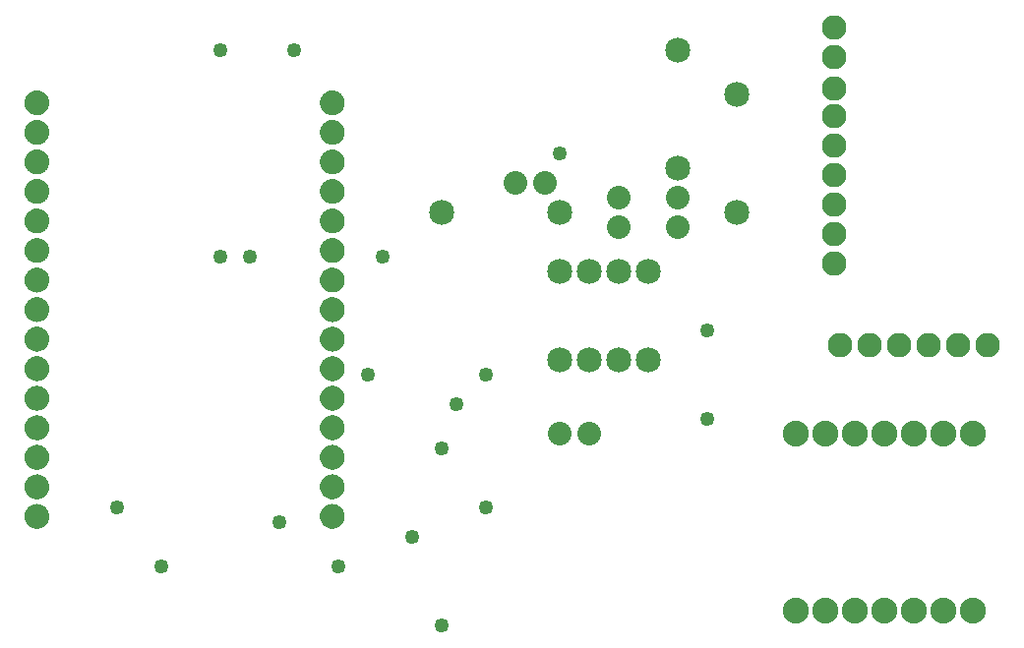
<source format=gbs>
G04 MADE WITH FRITZING*
G04 WWW.FRITZING.ORG*
G04 DOUBLE SIDED*
G04 HOLES PLATED*
G04 CONTOUR ON CENTER OF CONTOUR VECTOR*
%ASAXBY*%
%FSLAX23Y23*%
%MOIN*%
%OFA0B0*%
%SFA1.0B1.0*%
%ADD10C,0.049370*%
%ADD11C,0.085000*%
%ADD12C,0.080000*%
%ADD13C,0.088000*%
%ADD14C,0.082917*%
%ADD15C,0.030000*%
%ADD16R,0.001000X0.001000*%
%LNMASK0*%
G90*
G70*
G54D10*
X1607Y463D03*
X1457Y63D03*
X507Y263D03*
X907Y413D03*
X1107Y263D03*
X707Y2013D03*
X957Y2013D03*
X707Y1313D03*
X807Y1313D03*
G54D11*
X1857Y963D03*
X1857Y1263D03*
X1957Y963D03*
X1957Y1263D03*
X2057Y963D03*
X2057Y1263D03*
X2157Y963D03*
X2157Y1263D03*
G54D12*
X1857Y713D03*
X1957Y713D03*
G54D11*
X1457Y1463D03*
X1857Y1463D03*
G54D12*
X1807Y1563D03*
X1706Y1563D03*
X2057Y1413D03*
X2057Y1513D03*
X2257Y1413D03*
X2257Y1513D03*
G54D10*
X1857Y1663D03*
G54D11*
X2257Y2013D03*
X2257Y1613D03*
X2457Y1863D03*
X2457Y1463D03*
G54D10*
X1457Y663D03*
X357Y463D03*
X1257Y1313D03*
X1357Y363D03*
X2357Y1063D03*
X2357Y763D03*
X1507Y813D03*
X1607Y913D03*
X1207Y913D03*
G54D13*
X3257Y714D03*
X3157Y714D03*
X3057Y714D03*
X2957Y714D03*
X2857Y714D03*
X2757Y714D03*
X2657Y714D03*
X2657Y113D03*
X2757Y113D03*
X2857Y113D03*
X2957Y113D03*
X3057Y113D03*
X3157Y113D03*
X3257Y113D03*
G54D14*
X2787Y2088D03*
X2907Y1013D03*
X2807Y1013D03*
X3007Y1013D03*
X3107Y1013D03*
X3207Y1013D03*
X3306Y1013D03*
X2787Y1288D03*
X2787Y1388D03*
X2787Y1488D03*
X2787Y1588D03*
X2787Y1688D03*
X2787Y1788D03*
X2787Y1884D03*
X2787Y1988D03*
G54D15*
G36*
X1829Y991D02*
X1884Y991D01*
X1884Y936D01*
X1829Y936D01*
X1829Y991D01*
G37*
D02*
G54D16*
X77Y1875D02*
X91Y1875D01*
X1078Y1875D02*
X1092Y1875D01*
X72Y1874D02*
X95Y1874D01*
X1074Y1874D02*
X1096Y1874D01*
X69Y1873D02*
X98Y1873D01*
X1071Y1873D02*
X1099Y1873D01*
X67Y1872D02*
X101Y1872D01*
X1068Y1872D02*
X1102Y1872D01*
X65Y1871D02*
X103Y1871D01*
X1066Y1871D02*
X1104Y1871D01*
X63Y1870D02*
X104Y1870D01*
X1064Y1870D02*
X1106Y1870D01*
X61Y1869D02*
X106Y1869D01*
X1063Y1869D02*
X1107Y1869D01*
X60Y1868D02*
X107Y1868D01*
X1061Y1868D02*
X1109Y1868D01*
X59Y1867D02*
X109Y1867D01*
X1060Y1867D02*
X1110Y1867D01*
X57Y1866D02*
X110Y1866D01*
X1059Y1866D02*
X1111Y1866D01*
X56Y1865D02*
X111Y1865D01*
X1057Y1865D02*
X1112Y1865D01*
X55Y1864D02*
X112Y1864D01*
X1056Y1864D02*
X1114Y1864D01*
X54Y1863D02*
X113Y1863D01*
X1055Y1863D02*
X1115Y1863D01*
X53Y1862D02*
X114Y1862D01*
X1054Y1862D02*
X1115Y1862D01*
X52Y1861D02*
X115Y1861D01*
X1053Y1861D02*
X1116Y1861D01*
X51Y1860D02*
X116Y1860D01*
X1053Y1860D02*
X1117Y1860D01*
X51Y1859D02*
X117Y1859D01*
X1052Y1859D02*
X1118Y1859D01*
X50Y1858D02*
X117Y1858D01*
X1051Y1858D02*
X1119Y1858D01*
X49Y1857D02*
X118Y1857D01*
X1051Y1857D02*
X1119Y1857D01*
X49Y1856D02*
X119Y1856D01*
X1050Y1856D02*
X1120Y1856D01*
X48Y1855D02*
X119Y1855D01*
X1049Y1855D02*
X1121Y1855D01*
X47Y1854D02*
X120Y1854D01*
X1049Y1854D02*
X1121Y1854D01*
X47Y1853D02*
X121Y1853D01*
X1048Y1853D02*
X1122Y1853D01*
X46Y1852D02*
X121Y1852D01*
X1048Y1852D02*
X1122Y1852D01*
X46Y1851D02*
X122Y1851D01*
X1047Y1851D02*
X1123Y1851D01*
X45Y1850D02*
X122Y1850D01*
X1047Y1850D02*
X1123Y1850D01*
X45Y1849D02*
X122Y1849D01*
X1046Y1849D02*
X1124Y1849D01*
X45Y1848D02*
X123Y1848D01*
X1046Y1848D02*
X1124Y1848D01*
X44Y1847D02*
X123Y1847D01*
X1046Y1847D02*
X1124Y1847D01*
X44Y1846D02*
X123Y1846D01*
X1045Y1846D02*
X1125Y1846D01*
X44Y1845D02*
X124Y1845D01*
X1045Y1845D02*
X1125Y1845D01*
X44Y1844D02*
X124Y1844D01*
X1045Y1844D02*
X1125Y1844D01*
X43Y1843D02*
X124Y1843D01*
X1045Y1843D02*
X1125Y1843D01*
X43Y1842D02*
X124Y1842D01*
X1044Y1842D02*
X1126Y1842D01*
X43Y1841D02*
X125Y1841D01*
X1044Y1841D02*
X1126Y1841D01*
X43Y1840D02*
X125Y1840D01*
X1044Y1840D02*
X1126Y1840D01*
X43Y1839D02*
X125Y1839D01*
X1044Y1839D02*
X1126Y1839D01*
X42Y1838D02*
X125Y1838D01*
X1044Y1838D02*
X1126Y1838D01*
X42Y1837D02*
X125Y1837D01*
X1044Y1837D02*
X1126Y1837D01*
X42Y1836D02*
X125Y1836D01*
X1044Y1836D02*
X1126Y1836D01*
X42Y1835D02*
X125Y1835D01*
X1043Y1835D02*
X1126Y1835D01*
X42Y1834D02*
X125Y1834D01*
X1043Y1834D02*
X1126Y1834D01*
X42Y1833D02*
X125Y1833D01*
X1043Y1833D02*
X1126Y1833D01*
X42Y1832D02*
X125Y1832D01*
X1044Y1832D02*
X1126Y1832D01*
X42Y1831D02*
X125Y1831D01*
X1044Y1831D02*
X1126Y1831D01*
X42Y1830D02*
X125Y1830D01*
X1044Y1830D02*
X1126Y1830D01*
X43Y1829D02*
X125Y1829D01*
X1044Y1829D02*
X1126Y1829D01*
X43Y1828D02*
X125Y1828D01*
X1044Y1828D02*
X1126Y1828D01*
X43Y1827D02*
X125Y1827D01*
X1044Y1827D02*
X1126Y1827D01*
X43Y1826D02*
X124Y1826D01*
X1044Y1826D02*
X1126Y1826D01*
X43Y1825D02*
X124Y1825D01*
X1044Y1825D02*
X1125Y1825D01*
X43Y1824D02*
X124Y1824D01*
X1045Y1824D02*
X1125Y1824D01*
X44Y1823D02*
X124Y1823D01*
X1045Y1823D02*
X1125Y1823D01*
X44Y1822D02*
X124Y1822D01*
X1045Y1822D02*
X1125Y1822D01*
X44Y1821D02*
X123Y1821D01*
X1045Y1821D02*
X1124Y1821D01*
X45Y1820D02*
X123Y1820D01*
X1046Y1820D02*
X1124Y1820D01*
X45Y1819D02*
X123Y1819D01*
X1046Y1819D02*
X1124Y1819D01*
X45Y1818D02*
X122Y1818D01*
X1046Y1818D02*
X1123Y1818D01*
X46Y1817D02*
X122Y1817D01*
X1047Y1817D02*
X1123Y1817D01*
X46Y1816D02*
X121Y1816D01*
X1047Y1816D02*
X1123Y1816D01*
X47Y1815D02*
X121Y1815D01*
X1048Y1815D02*
X1122Y1815D01*
X47Y1814D02*
X120Y1814D01*
X1048Y1814D02*
X1122Y1814D01*
X48Y1813D02*
X120Y1813D01*
X1049Y1813D02*
X1121Y1813D01*
X48Y1812D02*
X119Y1812D01*
X1050Y1812D02*
X1120Y1812D01*
X49Y1811D02*
X118Y1811D01*
X1050Y1811D02*
X1120Y1811D01*
X50Y1810D02*
X118Y1810D01*
X1051Y1810D02*
X1119Y1810D01*
X50Y1809D02*
X117Y1809D01*
X1052Y1809D02*
X1118Y1809D01*
X51Y1808D02*
X116Y1808D01*
X1052Y1808D02*
X1118Y1808D01*
X52Y1807D02*
X116Y1807D01*
X1053Y1807D02*
X1117Y1807D01*
X53Y1806D02*
X115Y1806D01*
X1054Y1806D02*
X1116Y1806D01*
X54Y1805D02*
X114Y1805D01*
X1055Y1805D02*
X1115Y1805D01*
X55Y1804D02*
X113Y1804D01*
X1056Y1804D02*
X1114Y1804D01*
X56Y1803D02*
X112Y1803D01*
X1057Y1803D02*
X1113Y1803D01*
X57Y1802D02*
X111Y1802D01*
X1058Y1802D02*
X1112Y1802D01*
X58Y1801D02*
X109Y1801D01*
X1059Y1801D02*
X1111Y1801D01*
X59Y1800D02*
X108Y1800D01*
X1061Y1800D02*
X1109Y1800D01*
X61Y1799D02*
X107Y1799D01*
X1062Y1799D02*
X1108Y1799D01*
X62Y1798D02*
X105Y1798D01*
X1064Y1798D02*
X1106Y1798D01*
X64Y1797D02*
X104Y1797D01*
X1065Y1797D02*
X1105Y1797D01*
X66Y1796D02*
X102Y1796D01*
X1067Y1796D02*
X1103Y1796D01*
X68Y1795D02*
X100Y1795D01*
X1069Y1795D02*
X1101Y1795D01*
X71Y1794D02*
X97Y1794D01*
X1072Y1794D02*
X1098Y1794D01*
X74Y1793D02*
X93Y1793D01*
X1076Y1793D02*
X1094Y1793D01*
X80Y1792D02*
X88Y1792D01*
X1081Y1792D02*
X1089Y1792D01*
X77Y1775D02*
X90Y1775D01*
X1079Y1775D02*
X1091Y1775D01*
X73Y1774D02*
X95Y1774D01*
X1074Y1774D02*
X1096Y1774D01*
X70Y1773D02*
X98Y1773D01*
X1071Y1773D02*
X1099Y1773D01*
X67Y1772D02*
X100Y1772D01*
X1068Y1772D02*
X1102Y1772D01*
X65Y1771D02*
X102Y1771D01*
X1066Y1771D02*
X1104Y1771D01*
X63Y1770D02*
X104Y1770D01*
X1065Y1770D02*
X1105Y1770D01*
X62Y1769D02*
X106Y1769D01*
X1063Y1769D02*
X1107Y1769D01*
X60Y1768D02*
X107Y1768D01*
X1061Y1768D02*
X1109Y1768D01*
X59Y1767D02*
X109Y1767D01*
X1060Y1767D02*
X1110Y1767D01*
X57Y1766D02*
X110Y1766D01*
X1059Y1766D02*
X1111Y1766D01*
X56Y1765D02*
X111Y1765D01*
X1058Y1765D02*
X1112Y1765D01*
X55Y1764D02*
X112Y1764D01*
X1056Y1764D02*
X1113Y1764D01*
X54Y1763D02*
X113Y1763D01*
X1055Y1763D02*
X1115Y1763D01*
X53Y1762D02*
X114Y1762D01*
X1055Y1762D02*
X1115Y1762D01*
X52Y1761D02*
X115Y1761D01*
X1054Y1761D02*
X1116Y1761D01*
X52Y1760D02*
X116Y1760D01*
X1053Y1760D02*
X1117Y1760D01*
X51Y1759D02*
X117Y1759D01*
X1052Y1759D02*
X1118Y1759D01*
X50Y1758D02*
X117Y1758D01*
X1051Y1758D02*
X1119Y1758D01*
X49Y1757D02*
X118Y1757D01*
X1051Y1757D02*
X1119Y1757D01*
X49Y1756D02*
X119Y1756D01*
X1050Y1756D02*
X1120Y1756D01*
X48Y1755D02*
X119Y1755D01*
X1049Y1755D02*
X1121Y1755D01*
X47Y1754D02*
X120Y1754D01*
X1049Y1754D02*
X1121Y1754D01*
X47Y1753D02*
X120Y1753D01*
X1048Y1753D02*
X1122Y1753D01*
X46Y1752D02*
X121Y1752D01*
X1048Y1752D02*
X1122Y1752D01*
X46Y1751D02*
X121Y1751D01*
X1047Y1751D02*
X1123Y1751D01*
X45Y1750D02*
X122Y1750D01*
X1047Y1750D02*
X1123Y1750D01*
X45Y1749D02*
X122Y1749D01*
X1046Y1749D02*
X1124Y1749D01*
X45Y1748D02*
X123Y1748D01*
X1046Y1748D02*
X1124Y1748D01*
X44Y1747D02*
X123Y1747D01*
X1046Y1747D02*
X1124Y1747D01*
X44Y1746D02*
X123Y1746D01*
X1045Y1746D02*
X1125Y1746D01*
X44Y1745D02*
X124Y1745D01*
X1045Y1745D02*
X1125Y1745D01*
X44Y1744D02*
X124Y1744D01*
X1045Y1744D02*
X1125Y1744D01*
X43Y1743D02*
X124Y1743D01*
X1045Y1743D02*
X1125Y1743D01*
X43Y1742D02*
X124Y1742D01*
X1044Y1742D02*
X1126Y1742D01*
X43Y1741D02*
X125Y1741D01*
X1044Y1741D02*
X1126Y1741D01*
X43Y1740D02*
X125Y1740D01*
X1044Y1740D02*
X1126Y1740D01*
X43Y1739D02*
X125Y1739D01*
X1044Y1739D02*
X1126Y1739D01*
X42Y1738D02*
X125Y1738D01*
X1044Y1738D02*
X1126Y1738D01*
X42Y1737D02*
X125Y1737D01*
X1044Y1737D02*
X1126Y1737D01*
X42Y1736D02*
X125Y1736D01*
X1044Y1736D02*
X1126Y1736D01*
X42Y1735D02*
X125Y1735D01*
X1043Y1735D02*
X1126Y1735D01*
X42Y1734D02*
X125Y1734D01*
X1043Y1734D02*
X1126Y1734D01*
X42Y1733D02*
X125Y1733D01*
X1043Y1733D02*
X1126Y1733D01*
X42Y1732D02*
X125Y1732D01*
X1043Y1732D02*
X1126Y1732D01*
X42Y1731D02*
X125Y1731D01*
X1044Y1731D02*
X1126Y1731D01*
X42Y1730D02*
X125Y1730D01*
X1044Y1730D02*
X1126Y1730D01*
X42Y1729D02*
X125Y1729D01*
X1044Y1729D02*
X1126Y1729D01*
X43Y1728D02*
X125Y1728D01*
X1044Y1728D02*
X1126Y1728D01*
X43Y1727D02*
X125Y1727D01*
X1044Y1727D02*
X1126Y1727D01*
X43Y1726D02*
X124Y1726D01*
X1044Y1726D02*
X1126Y1726D01*
X43Y1725D02*
X124Y1725D01*
X1044Y1725D02*
X1126Y1725D01*
X43Y1724D02*
X124Y1724D01*
X1045Y1724D02*
X1125Y1724D01*
X44Y1723D02*
X124Y1723D01*
X1045Y1723D02*
X1125Y1723D01*
X44Y1722D02*
X124Y1722D01*
X1045Y1722D02*
X1125Y1722D01*
X44Y1721D02*
X123Y1721D01*
X1045Y1721D02*
X1125Y1721D01*
X44Y1720D02*
X123Y1720D01*
X1046Y1720D02*
X1124Y1720D01*
X45Y1719D02*
X123Y1719D01*
X1046Y1719D02*
X1124Y1719D01*
X45Y1718D02*
X122Y1718D01*
X1046Y1718D02*
X1123Y1718D01*
X46Y1717D02*
X122Y1717D01*
X1047Y1717D02*
X1123Y1717D01*
X46Y1716D02*
X121Y1716D01*
X1047Y1716D02*
X1123Y1716D01*
X47Y1715D02*
X121Y1715D01*
X1048Y1715D02*
X1122Y1715D01*
X47Y1714D02*
X120Y1714D01*
X1048Y1714D02*
X1122Y1714D01*
X48Y1713D02*
X120Y1713D01*
X1049Y1713D02*
X1121Y1713D01*
X48Y1712D02*
X119Y1712D01*
X1050Y1712D02*
X1120Y1712D01*
X49Y1711D02*
X119Y1711D01*
X1050Y1711D02*
X1120Y1711D01*
X50Y1710D02*
X118Y1710D01*
X1051Y1710D02*
X1119Y1710D01*
X50Y1709D02*
X117Y1709D01*
X1051Y1709D02*
X1118Y1709D01*
X51Y1708D02*
X116Y1708D01*
X1052Y1708D02*
X1118Y1708D01*
X52Y1707D02*
X116Y1707D01*
X1053Y1707D02*
X1117Y1707D01*
X53Y1706D02*
X115Y1706D01*
X1054Y1706D02*
X1116Y1706D01*
X53Y1705D02*
X114Y1705D01*
X1055Y1705D02*
X1115Y1705D01*
X54Y1704D02*
X113Y1704D01*
X1056Y1704D02*
X1114Y1704D01*
X55Y1703D02*
X112Y1703D01*
X1057Y1703D02*
X1113Y1703D01*
X57Y1702D02*
X111Y1702D01*
X1058Y1702D02*
X1112Y1702D01*
X58Y1701D02*
X110Y1701D01*
X1059Y1701D02*
X1111Y1701D01*
X59Y1700D02*
X108Y1700D01*
X1060Y1700D02*
X1110Y1700D01*
X61Y1699D02*
X107Y1699D01*
X1062Y1699D02*
X1108Y1699D01*
X62Y1698D02*
X105Y1698D01*
X1063Y1698D02*
X1107Y1698D01*
X64Y1697D02*
X104Y1697D01*
X1065Y1697D02*
X1105Y1697D01*
X66Y1696D02*
X102Y1696D01*
X1067Y1696D02*
X1103Y1696D01*
X68Y1695D02*
X100Y1695D01*
X1069Y1695D02*
X1101Y1695D01*
X70Y1694D02*
X97Y1694D01*
X1072Y1694D02*
X1098Y1694D01*
X74Y1693D02*
X94Y1693D01*
X1075Y1693D02*
X1095Y1693D01*
X79Y1692D02*
X88Y1692D01*
X1080Y1692D02*
X1090Y1692D01*
X78Y1675D02*
X89Y1675D01*
X1079Y1675D02*
X1091Y1675D01*
X73Y1674D02*
X94Y1674D01*
X1075Y1674D02*
X1095Y1674D01*
X70Y1673D02*
X97Y1673D01*
X1071Y1673D02*
X1099Y1673D01*
X67Y1672D02*
X100Y1672D01*
X1069Y1672D02*
X1101Y1672D01*
X65Y1671D02*
X102Y1671D01*
X1067Y1671D02*
X1103Y1671D01*
X63Y1670D02*
X104Y1670D01*
X1065Y1670D02*
X1105Y1670D01*
X62Y1669D02*
X106Y1669D01*
X1063Y1669D02*
X1107Y1669D01*
X60Y1668D02*
X107Y1668D01*
X1062Y1668D02*
X1108Y1668D01*
X59Y1667D02*
X108Y1667D01*
X1060Y1667D02*
X1110Y1667D01*
X58Y1666D02*
X110Y1666D01*
X1059Y1666D02*
X1111Y1666D01*
X56Y1665D02*
X111Y1665D01*
X1058Y1665D02*
X1112Y1665D01*
X55Y1664D02*
X112Y1664D01*
X1057Y1664D02*
X1113Y1664D01*
X54Y1663D02*
X113Y1663D01*
X1056Y1663D02*
X1114Y1663D01*
X53Y1662D02*
X114Y1662D01*
X1055Y1662D02*
X1115Y1662D01*
X52Y1661D02*
X115Y1661D01*
X1054Y1661D02*
X1116Y1661D01*
X52Y1660D02*
X116Y1660D01*
X1053Y1660D02*
X1117Y1660D01*
X51Y1659D02*
X117Y1659D01*
X1052Y1659D02*
X1118Y1659D01*
X50Y1658D02*
X117Y1658D01*
X1051Y1658D02*
X1118Y1658D01*
X49Y1657D02*
X118Y1657D01*
X1051Y1657D02*
X1119Y1657D01*
X49Y1656D02*
X119Y1656D01*
X1050Y1656D02*
X1120Y1656D01*
X48Y1655D02*
X119Y1655D01*
X1049Y1655D02*
X1120Y1655D01*
X48Y1654D02*
X120Y1654D01*
X1049Y1654D02*
X1121Y1654D01*
X47Y1653D02*
X120Y1653D01*
X1048Y1653D02*
X1122Y1653D01*
X47Y1652D02*
X121Y1652D01*
X1048Y1652D02*
X1122Y1652D01*
X46Y1651D02*
X121Y1651D01*
X1047Y1651D02*
X1123Y1651D01*
X46Y1650D02*
X122Y1650D01*
X1047Y1650D02*
X1123Y1650D01*
X45Y1649D02*
X122Y1649D01*
X1046Y1649D02*
X1124Y1649D01*
X45Y1648D02*
X123Y1648D01*
X1046Y1648D02*
X1124Y1648D01*
X44Y1647D02*
X123Y1647D01*
X1046Y1647D02*
X1124Y1647D01*
X44Y1646D02*
X123Y1646D01*
X1045Y1646D02*
X1125Y1646D01*
X44Y1645D02*
X124Y1645D01*
X1045Y1645D02*
X1125Y1645D01*
X44Y1644D02*
X124Y1644D01*
X1045Y1644D02*
X1125Y1644D01*
X43Y1643D02*
X124Y1643D01*
X1045Y1643D02*
X1125Y1643D01*
X43Y1642D02*
X124Y1642D01*
X1044Y1642D02*
X1126Y1642D01*
X43Y1641D02*
X124Y1641D01*
X1044Y1641D02*
X1126Y1641D01*
X43Y1640D02*
X125Y1640D01*
X1044Y1640D02*
X1126Y1640D01*
X43Y1639D02*
X125Y1639D01*
X1044Y1639D02*
X1126Y1639D01*
X42Y1638D02*
X125Y1638D01*
X1044Y1638D02*
X1126Y1638D01*
X42Y1637D02*
X125Y1637D01*
X1044Y1637D02*
X1126Y1637D01*
X42Y1636D02*
X125Y1636D01*
X1044Y1636D02*
X1126Y1636D01*
X42Y1635D02*
X125Y1635D01*
X1043Y1635D02*
X1126Y1635D01*
X42Y1634D02*
X125Y1634D01*
X1043Y1634D02*
X1126Y1634D01*
X42Y1633D02*
X125Y1633D01*
X1043Y1633D02*
X1126Y1633D01*
X42Y1632D02*
X125Y1632D01*
X1043Y1632D02*
X1126Y1632D01*
X42Y1631D02*
X125Y1631D01*
X1044Y1631D02*
X1126Y1631D01*
X42Y1630D02*
X125Y1630D01*
X1044Y1630D02*
X1126Y1630D01*
X42Y1629D02*
X125Y1629D01*
X1044Y1629D02*
X1126Y1629D01*
X43Y1628D02*
X125Y1628D01*
X1044Y1628D02*
X1126Y1628D01*
X43Y1627D02*
X125Y1627D01*
X1044Y1627D02*
X1126Y1627D01*
X43Y1626D02*
X124Y1626D01*
X1044Y1626D02*
X1126Y1626D01*
X43Y1625D02*
X124Y1625D01*
X1044Y1625D02*
X1126Y1625D01*
X43Y1624D02*
X124Y1624D01*
X1045Y1624D02*
X1125Y1624D01*
X44Y1623D02*
X124Y1623D01*
X1045Y1623D02*
X1125Y1623D01*
X44Y1622D02*
X124Y1622D01*
X1045Y1622D02*
X1125Y1622D01*
X44Y1621D02*
X123Y1621D01*
X1045Y1621D02*
X1125Y1621D01*
X44Y1620D02*
X123Y1620D01*
X1046Y1620D02*
X1124Y1620D01*
X45Y1619D02*
X123Y1619D01*
X1046Y1619D02*
X1124Y1619D01*
X45Y1618D02*
X122Y1618D01*
X1046Y1618D02*
X1124Y1618D01*
X46Y1617D02*
X122Y1617D01*
X1047Y1617D02*
X1123Y1617D01*
X46Y1616D02*
X121Y1616D01*
X1047Y1616D02*
X1123Y1616D01*
X47Y1615D02*
X121Y1615D01*
X1048Y1615D02*
X1122Y1615D01*
X47Y1614D02*
X120Y1614D01*
X1048Y1614D02*
X1122Y1614D01*
X48Y1613D02*
X120Y1613D01*
X1049Y1613D02*
X1121Y1613D01*
X48Y1612D02*
X119Y1612D01*
X1049Y1612D02*
X1120Y1612D01*
X49Y1611D02*
X119Y1611D01*
X1050Y1611D02*
X1120Y1611D01*
X49Y1610D02*
X118Y1610D01*
X1051Y1610D02*
X1119Y1610D01*
X50Y1609D02*
X117Y1609D01*
X1051Y1609D02*
X1118Y1609D01*
X51Y1608D02*
X117Y1608D01*
X1052Y1608D02*
X1118Y1608D01*
X52Y1607D02*
X116Y1607D01*
X1053Y1607D02*
X1117Y1607D01*
X52Y1606D02*
X115Y1606D01*
X1054Y1606D02*
X1116Y1606D01*
X53Y1605D02*
X114Y1605D01*
X1055Y1605D02*
X1115Y1605D01*
X54Y1604D02*
X113Y1604D01*
X1056Y1604D02*
X1114Y1604D01*
X55Y1603D02*
X112Y1603D01*
X1057Y1603D02*
X1113Y1603D01*
X56Y1602D02*
X111Y1602D01*
X1058Y1602D02*
X1112Y1602D01*
X58Y1601D02*
X110Y1601D01*
X1059Y1601D02*
X1111Y1601D01*
X59Y1600D02*
X108Y1600D01*
X1060Y1600D02*
X1110Y1600D01*
X60Y1599D02*
X107Y1599D01*
X1062Y1599D02*
X1108Y1599D01*
X62Y1598D02*
X106Y1598D01*
X1063Y1598D02*
X1107Y1598D01*
X64Y1597D02*
X104Y1597D01*
X1065Y1597D02*
X1105Y1597D01*
X65Y1596D02*
X102Y1596D01*
X1067Y1596D02*
X1103Y1596D01*
X67Y1595D02*
X100Y1595D01*
X1069Y1595D02*
X1101Y1595D01*
X70Y1594D02*
X97Y1594D01*
X1071Y1594D02*
X1099Y1594D01*
X73Y1593D02*
X94Y1593D01*
X1075Y1593D02*
X1095Y1593D01*
X78Y1592D02*
X89Y1592D01*
X1079Y1592D02*
X1090Y1592D01*
X79Y1575D02*
X89Y1575D01*
X1080Y1575D02*
X1090Y1575D01*
X74Y1574D02*
X94Y1574D01*
X1075Y1574D02*
X1095Y1574D01*
X70Y1573D02*
X97Y1573D01*
X1072Y1573D02*
X1098Y1573D01*
X68Y1572D02*
X100Y1572D01*
X1069Y1572D02*
X1101Y1572D01*
X66Y1571D02*
X102Y1571D01*
X1067Y1571D02*
X1103Y1571D01*
X64Y1570D02*
X104Y1570D01*
X1065Y1570D02*
X1105Y1570D01*
X62Y1569D02*
X105Y1569D01*
X1063Y1569D02*
X1107Y1569D01*
X60Y1568D02*
X107Y1568D01*
X1062Y1568D02*
X1108Y1568D01*
X59Y1567D02*
X108Y1567D01*
X1060Y1567D02*
X1110Y1567D01*
X58Y1566D02*
X110Y1566D01*
X1059Y1566D02*
X1111Y1566D01*
X57Y1565D02*
X111Y1565D01*
X1058Y1565D02*
X1112Y1565D01*
X55Y1564D02*
X112Y1564D01*
X1057Y1564D02*
X1113Y1564D01*
X54Y1563D02*
X113Y1563D01*
X1056Y1563D02*
X1114Y1563D01*
X53Y1562D02*
X114Y1562D01*
X1055Y1562D02*
X1115Y1562D01*
X53Y1561D02*
X115Y1561D01*
X1054Y1561D02*
X1116Y1561D01*
X52Y1560D02*
X116Y1560D01*
X1053Y1560D02*
X1117Y1560D01*
X51Y1559D02*
X116Y1559D01*
X1052Y1559D02*
X1118Y1559D01*
X50Y1558D02*
X117Y1558D01*
X1051Y1558D02*
X1118Y1558D01*
X50Y1557D02*
X118Y1557D01*
X1051Y1557D02*
X1119Y1557D01*
X49Y1556D02*
X119Y1556D01*
X1050Y1556D02*
X1120Y1556D01*
X48Y1555D02*
X119Y1555D01*
X1050Y1555D02*
X1120Y1555D01*
X48Y1554D02*
X120Y1554D01*
X1049Y1554D02*
X1121Y1554D01*
X47Y1553D02*
X120Y1553D01*
X1048Y1553D02*
X1122Y1553D01*
X47Y1552D02*
X121Y1552D01*
X1048Y1552D02*
X1122Y1552D01*
X46Y1551D02*
X121Y1551D01*
X1047Y1551D02*
X1123Y1551D01*
X46Y1550D02*
X122Y1550D01*
X1047Y1550D02*
X1123Y1550D01*
X45Y1549D02*
X122Y1549D01*
X1046Y1549D02*
X1123Y1549D01*
X45Y1548D02*
X123Y1548D01*
X1046Y1548D02*
X1124Y1548D01*
X45Y1547D02*
X123Y1547D01*
X1046Y1547D02*
X1124Y1547D01*
X44Y1546D02*
X123Y1546D01*
X1045Y1546D02*
X1125Y1546D01*
X44Y1545D02*
X124Y1545D01*
X1045Y1545D02*
X1125Y1545D01*
X44Y1544D02*
X124Y1544D01*
X1045Y1544D02*
X1125Y1544D01*
X43Y1543D02*
X124Y1543D01*
X1045Y1543D02*
X1125Y1543D01*
X43Y1542D02*
X124Y1542D01*
X1044Y1542D02*
X1126Y1542D01*
X43Y1541D02*
X124Y1541D01*
X1044Y1541D02*
X1126Y1541D01*
X43Y1540D02*
X125Y1540D01*
X1044Y1540D02*
X1126Y1540D01*
X43Y1539D02*
X125Y1539D01*
X1044Y1539D02*
X1126Y1539D01*
X42Y1538D02*
X125Y1538D01*
X1044Y1538D02*
X1126Y1538D01*
X42Y1537D02*
X125Y1537D01*
X1044Y1537D02*
X1126Y1537D01*
X42Y1536D02*
X125Y1536D01*
X1044Y1536D02*
X1126Y1536D01*
X42Y1535D02*
X125Y1535D01*
X1043Y1535D02*
X1126Y1535D01*
X42Y1534D02*
X125Y1534D01*
X1043Y1534D02*
X1126Y1534D01*
X42Y1533D02*
X125Y1533D01*
X1043Y1533D02*
X1126Y1533D01*
X42Y1532D02*
X125Y1532D01*
X1043Y1532D02*
X1126Y1532D01*
X42Y1531D02*
X125Y1531D01*
X1044Y1531D02*
X1126Y1531D01*
X42Y1530D02*
X125Y1530D01*
X1044Y1530D02*
X1126Y1530D01*
X42Y1529D02*
X125Y1529D01*
X1044Y1529D02*
X1126Y1529D01*
X43Y1528D02*
X125Y1528D01*
X1044Y1528D02*
X1126Y1528D01*
X43Y1527D02*
X125Y1527D01*
X1044Y1527D02*
X1126Y1527D01*
X43Y1526D02*
X125Y1526D01*
X1044Y1526D02*
X1126Y1526D01*
X43Y1525D02*
X124Y1525D01*
X1044Y1525D02*
X1126Y1525D01*
X43Y1524D02*
X124Y1524D01*
X1045Y1524D02*
X1125Y1524D01*
X44Y1523D02*
X124Y1523D01*
X1045Y1523D02*
X1125Y1523D01*
X44Y1522D02*
X124Y1522D01*
X1045Y1522D02*
X1125Y1522D01*
X44Y1521D02*
X123Y1521D01*
X1045Y1521D02*
X1125Y1521D01*
X44Y1520D02*
X123Y1520D01*
X1046Y1520D02*
X1124Y1520D01*
X45Y1519D02*
X123Y1519D01*
X1046Y1519D02*
X1124Y1519D01*
X45Y1518D02*
X122Y1518D01*
X1046Y1518D02*
X1124Y1518D01*
X46Y1517D02*
X122Y1517D01*
X1047Y1517D02*
X1123Y1517D01*
X46Y1516D02*
X121Y1516D01*
X1047Y1516D02*
X1123Y1516D01*
X46Y1515D02*
X121Y1515D01*
X1048Y1515D02*
X1122Y1515D01*
X47Y1514D02*
X120Y1514D01*
X1048Y1514D02*
X1122Y1514D01*
X48Y1513D02*
X120Y1513D01*
X1049Y1513D02*
X1121Y1513D01*
X48Y1512D02*
X119Y1512D01*
X1049Y1512D02*
X1121Y1512D01*
X49Y1511D02*
X119Y1511D01*
X1050Y1511D02*
X1120Y1511D01*
X49Y1510D02*
X118Y1510D01*
X1051Y1510D02*
X1119Y1510D01*
X50Y1509D02*
X117Y1509D01*
X1051Y1509D02*
X1119Y1509D01*
X51Y1508D02*
X117Y1508D01*
X1052Y1508D02*
X1118Y1508D01*
X52Y1507D02*
X116Y1507D01*
X1053Y1507D02*
X1117Y1507D01*
X52Y1506D02*
X115Y1506D01*
X1054Y1506D02*
X1116Y1506D01*
X53Y1505D02*
X114Y1505D01*
X1055Y1505D02*
X1115Y1505D01*
X54Y1504D02*
X113Y1504D01*
X1055Y1504D02*
X1114Y1504D01*
X55Y1503D02*
X112Y1503D01*
X1056Y1503D02*
X1113Y1503D01*
X56Y1502D02*
X111Y1502D01*
X1058Y1502D02*
X1112Y1502D01*
X57Y1501D02*
X110Y1501D01*
X1059Y1501D02*
X1111Y1501D01*
X59Y1500D02*
X109Y1500D01*
X1060Y1500D02*
X1110Y1500D01*
X60Y1499D02*
X107Y1499D01*
X1061Y1499D02*
X1109Y1499D01*
X62Y1498D02*
X106Y1498D01*
X1063Y1498D02*
X1107Y1498D01*
X63Y1497D02*
X104Y1497D01*
X1065Y1497D02*
X1105Y1497D01*
X65Y1496D02*
X102Y1496D01*
X1066Y1496D02*
X1104Y1496D01*
X67Y1495D02*
X100Y1495D01*
X1068Y1495D02*
X1102Y1495D01*
X70Y1494D02*
X98Y1494D01*
X1071Y1494D02*
X1099Y1494D01*
X73Y1493D02*
X95Y1493D01*
X1074Y1493D02*
X1096Y1493D01*
X77Y1492D02*
X90Y1492D01*
X1079Y1492D02*
X1091Y1492D01*
X80Y1475D02*
X88Y1475D01*
X1081Y1475D02*
X1089Y1475D01*
X74Y1474D02*
X93Y1474D01*
X1075Y1474D02*
X1094Y1474D01*
X71Y1473D02*
X97Y1473D01*
X1072Y1473D02*
X1098Y1473D01*
X68Y1472D02*
X100Y1472D01*
X1069Y1472D02*
X1101Y1472D01*
X66Y1471D02*
X102Y1471D01*
X1067Y1471D02*
X1103Y1471D01*
X64Y1470D02*
X104Y1470D01*
X1065Y1470D02*
X1105Y1470D01*
X62Y1469D02*
X105Y1469D01*
X1063Y1469D02*
X1106Y1469D01*
X61Y1468D02*
X107Y1468D01*
X1062Y1468D02*
X1108Y1468D01*
X59Y1467D02*
X108Y1467D01*
X1061Y1467D02*
X1109Y1467D01*
X58Y1466D02*
X109Y1466D01*
X1059Y1466D02*
X1111Y1466D01*
X57Y1465D02*
X111Y1465D01*
X1058Y1465D02*
X1112Y1465D01*
X56Y1464D02*
X112Y1464D01*
X1057Y1464D02*
X1113Y1464D01*
X55Y1463D02*
X113Y1463D01*
X1056Y1463D02*
X1114Y1463D01*
X54Y1462D02*
X114Y1462D01*
X1055Y1462D02*
X1115Y1462D01*
X53Y1461D02*
X115Y1461D01*
X1054Y1461D02*
X1116Y1461D01*
X52Y1460D02*
X116Y1460D01*
X1053Y1460D02*
X1117Y1460D01*
X51Y1459D02*
X116Y1459D01*
X1052Y1459D02*
X1118Y1459D01*
X50Y1458D02*
X117Y1458D01*
X1052Y1458D02*
X1118Y1458D01*
X50Y1457D02*
X118Y1457D01*
X1051Y1457D02*
X1119Y1457D01*
X49Y1456D02*
X118Y1456D01*
X1050Y1456D02*
X1120Y1456D01*
X48Y1455D02*
X119Y1455D01*
X1050Y1455D02*
X1120Y1455D01*
X48Y1454D02*
X120Y1454D01*
X1049Y1454D02*
X1121Y1454D01*
X47Y1453D02*
X120Y1453D01*
X1048Y1453D02*
X1122Y1453D01*
X47Y1452D02*
X121Y1452D01*
X1048Y1452D02*
X1122Y1452D01*
X46Y1451D02*
X121Y1451D01*
X1047Y1451D02*
X1123Y1451D01*
X46Y1450D02*
X122Y1450D01*
X1047Y1450D02*
X1123Y1450D01*
X45Y1449D02*
X122Y1449D01*
X1046Y1449D02*
X1123Y1449D01*
X45Y1448D02*
X123Y1448D01*
X1046Y1448D02*
X1124Y1448D01*
X45Y1447D02*
X123Y1447D01*
X1046Y1447D02*
X1124Y1447D01*
X44Y1446D02*
X123Y1446D01*
X1045Y1446D02*
X1124Y1446D01*
X44Y1445D02*
X124Y1445D01*
X1045Y1445D02*
X1125Y1445D01*
X44Y1444D02*
X124Y1444D01*
X1045Y1444D02*
X1125Y1444D01*
X43Y1443D02*
X124Y1443D01*
X1045Y1443D02*
X1125Y1443D01*
X43Y1442D02*
X124Y1442D01*
X1044Y1442D02*
X1125Y1442D01*
X43Y1441D02*
X124Y1441D01*
X1044Y1441D02*
X1126Y1441D01*
X43Y1440D02*
X125Y1440D01*
X1044Y1440D02*
X1126Y1440D01*
X43Y1439D02*
X125Y1439D01*
X1044Y1439D02*
X1126Y1439D01*
X43Y1438D02*
X125Y1438D01*
X1044Y1438D02*
X1126Y1438D01*
X42Y1437D02*
X125Y1437D01*
X1044Y1437D02*
X1126Y1437D01*
X42Y1436D02*
X125Y1436D01*
X1044Y1436D02*
X1126Y1436D01*
X42Y1435D02*
X125Y1435D01*
X1044Y1435D02*
X1126Y1435D01*
X42Y1434D02*
X125Y1434D01*
X1043Y1434D02*
X1126Y1434D01*
X42Y1433D02*
X125Y1433D01*
X1043Y1433D02*
X1126Y1433D01*
X42Y1432D02*
X125Y1432D01*
X1043Y1432D02*
X1126Y1432D01*
X42Y1431D02*
X125Y1431D01*
X1044Y1431D02*
X1126Y1431D01*
X42Y1430D02*
X125Y1430D01*
X1044Y1430D02*
X1126Y1430D01*
X42Y1429D02*
X125Y1429D01*
X1044Y1429D02*
X1126Y1429D01*
X43Y1428D02*
X125Y1428D01*
X1044Y1428D02*
X1126Y1428D01*
X43Y1427D02*
X125Y1427D01*
X1044Y1427D02*
X1126Y1427D01*
X43Y1426D02*
X125Y1426D01*
X1044Y1426D02*
X1126Y1426D01*
X43Y1425D02*
X124Y1425D01*
X1044Y1425D02*
X1126Y1425D01*
X43Y1424D02*
X124Y1424D01*
X1045Y1424D02*
X1125Y1424D01*
X44Y1423D02*
X124Y1423D01*
X1045Y1423D02*
X1125Y1423D01*
X44Y1422D02*
X124Y1422D01*
X1045Y1422D02*
X1125Y1422D01*
X44Y1421D02*
X123Y1421D01*
X1045Y1421D02*
X1125Y1421D01*
X44Y1420D02*
X123Y1420D01*
X1046Y1420D02*
X1124Y1420D01*
X45Y1419D02*
X123Y1419D01*
X1046Y1419D02*
X1124Y1419D01*
X45Y1418D02*
X122Y1418D01*
X1046Y1418D02*
X1124Y1418D01*
X45Y1417D02*
X122Y1417D01*
X1047Y1417D02*
X1123Y1417D01*
X46Y1416D02*
X122Y1416D01*
X1047Y1416D02*
X1123Y1416D01*
X46Y1415D02*
X121Y1415D01*
X1048Y1415D02*
X1122Y1415D01*
X47Y1414D02*
X121Y1414D01*
X1048Y1414D02*
X1122Y1414D01*
X47Y1413D02*
X120Y1413D01*
X1049Y1413D02*
X1121Y1413D01*
X48Y1412D02*
X119Y1412D01*
X1049Y1412D02*
X1121Y1412D01*
X49Y1411D02*
X119Y1411D01*
X1050Y1411D02*
X1120Y1411D01*
X49Y1410D02*
X118Y1410D01*
X1051Y1410D02*
X1119Y1410D01*
X50Y1409D02*
X117Y1409D01*
X1051Y1409D02*
X1119Y1409D01*
X51Y1408D02*
X117Y1408D01*
X1052Y1408D02*
X1118Y1408D01*
X51Y1407D02*
X116Y1407D01*
X1053Y1407D02*
X1117Y1407D01*
X52Y1406D02*
X115Y1406D01*
X1054Y1406D02*
X1116Y1406D01*
X53Y1405D02*
X114Y1405D01*
X1054Y1405D02*
X1115Y1405D01*
X54Y1404D02*
X113Y1404D01*
X1055Y1404D02*
X1115Y1404D01*
X55Y1403D02*
X112Y1403D01*
X1056Y1403D02*
X1114Y1403D01*
X56Y1402D02*
X111Y1402D01*
X1057Y1402D02*
X1112Y1402D01*
X57Y1401D02*
X110Y1401D01*
X1059Y1401D02*
X1111Y1401D01*
X59Y1400D02*
X109Y1400D01*
X1060Y1400D02*
X1110Y1400D01*
X60Y1399D02*
X107Y1399D01*
X1061Y1399D02*
X1109Y1399D01*
X61Y1398D02*
X106Y1398D01*
X1063Y1398D02*
X1107Y1398D01*
X63Y1397D02*
X104Y1397D01*
X1064Y1397D02*
X1106Y1397D01*
X65Y1396D02*
X103Y1396D01*
X1066Y1396D02*
X1104Y1396D01*
X67Y1395D02*
X101Y1395D01*
X1068Y1395D02*
X1102Y1395D01*
X69Y1394D02*
X98Y1394D01*
X1071Y1394D02*
X1099Y1394D01*
X72Y1393D02*
X95Y1393D01*
X1074Y1393D02*
X1096Y1393D01*
X77Y1392D02*
X91Y1392D01*
X1078Y1392D02*
X1092Y1392D01*
X81Y1375D02*
X86Y1375D01*
X1082Y1375D02*
X1088Y1375D01*
X75Y1374D02*
X93Y1374D01*
X1076Y1374D02*
X1094Y1374D01*
X71Y1373D02*
X96Y1373D01*
X1072Y1373D02*
X1098Y1373D01*
X68Y1372D02*
X99Y1372D01*
X1069Y1372D02*
X1100Y1372D01*
X66Y1371D02*
X101Y1371D01*
X1067Y1371D02*
X1103Y1371D01*
X64Y1370D02*
X103Y1370D01*
X1065Y1370D02*
X1105Y1370D01*
X62Y1369D02*
X105Y1369D01*
X1064Y1369D02*
X1106Y1369D01*
X61Y1368D02*
X107Y1368D01*
X1062Y1368D02*
X1108Y1368D01*
X59Y1367D02*
X108Y1367D01*
X1061Y1367D02*
X1109Y1367D01*
X58Y1366D02*
X109Y1366D01*
X1059Y1366D02*
X1111Y1366D01*
X57Y1365D02*
X111Y1365D01*
X1058Y1365D02*
X1112Y1365D01*
X56Y1364D02*
X112Y1364D01*
X1057Y1364D02*
X1113Y1364D01*
X55Y1363D02*
X113Y1363D01*
X1056Y1363D02*
X1114Y1363D01*
X54Y1362D02*
X114Y1362D01*
X1055Y1362D02*
X1115Y1362D01*
X53Y1361D02*
X115Y1361D01*
X1054Y1361D02*
X1116Y1361D01*
X52Y1360D02*
X115Y1360D01*
X1053Y1360D02*
X1117Y1360D01*
X51Y1359D02*
X116Y1359D01*
X1052Y1359D02*
X1117Y1359D01*
X50Y1358D02*
X117Y1358D01*
X1052Y1358D02*
X1118Y1358D01*
X50Y1357D02*
X118Y1357D01*
X1051Y1357D02*
X1119Y1357D01*
X49Y1356D02*
X118Y1356D01*
X1050Y1356D02*
X1120Y1356D01*
X48Y1355D02*
X119Y1355D01*
X1050Y1355D02*
X1120Y1355D01*
X48Y1354D02*
X120Y1354D01*
X1049Y1354D02*
X1121Y1354D01*
X47Y1353D02*
X120Y1353D01*
X1048Y1353D02*
X1121Y1353D01*
X47Y1352D02*
X121Y1352D01*
X1048Y1352D02*
X1122Y1352D01*
X46Y1351D02*
X121Y1351D01*
X1047Y1351D02*
X1122Y1351D01*
X46Y1350D02*
X122Y1350D01*
X1047Y1350D02*
X1123Y1350D01*
X45Y1349D02*
X122Y1349D01*
X1047Y1349D02*
X1123Y1349D01*
X45Y1348D02*
X122Y1348D01*
X1046Y1348D02*
X1124Y1348D01*
X45Y1347D02*
X123Y1347D01*
X1046Y1347D02*
X1124Y1347D01*
X44Y1346D02*
X123Y1346D01*
X1045Y1346D02*
X1124Y1346D01*
X44Y1345D02*
X123Y1345D01*
X1045Y1345D02*
X1125Y1345D01*
X44Y1344D02*
X124Y1344D01*
X1045Y1344D02*
X1125Y1344D01*
X43Y1343D02*
X124Y1343D01*
X1045Y1343D02*
X1125Y1343D01*
X43Y1342D02*
X124Y1342D01*
X1044Y1342D02*
X1125Y1342D01*
X43Y1341D02*
X124Y1341D01*
X1044Y1341D02*
X1126Y1341D01*
X43Y1340D02*
X125Y1340D01*
X1044Y1340D02*
X1126Y1340D01*
X43Y1339D02*
X125Y1339D01*
X1044Y1339D02*
X1126Y1339D01*
X43Y1338D02*
X125Y1338D01*
X1044Y1338D02*
X1126Y1338D01*
X42Y1337D02*
X125Y1337D01*
X1044Y1337D02*
X1126Y1337D01*
X42Y1336D02*
X125Y1336D01*
X1044Y1336D02*
X1126Y1336D01*
X42Y1335D02*
X125Y1335D01*
X1044Y1335D02*
X1126Y1335D01*
X42Y1334D02*
X125Y1334D01*
X1043Y1334D02*
X1126Y1334D01*
X42Y1333D02*
X125Y1333D01*
X1043Y1333D02*
X1126Y1333D01*
X42Y1332D02*
X125Y1332D01*
X1043Y1332D02*
X1126Y1332D01*
X42Y1331D02*
X125Y1331D01*
X1044Y1331D02*
X1126Y1331D01*
X42Y1330D02*
X125Y1330D01*
X1044Y1330D02*
X1126Y1330D01*
X42Y1329D02*
X125Y1329D01*
X1044Y1329D02*
X1126Y1329D01*
X43Y1328D02*
X125Y1328D01*
X1044Y1328D02*
X1126Y1328D01*
X43Y1327D02*
X125Y1327D01*
X1044Y1327D02*
X1126Y1327D01*
X43Y1326D02*
X125Y1326D01*
X1044Y1326D02*
X1126Y1326D01*
X43Y1325D02*
X124Y1325D01*
X1044Y1325D02*
X1126Y1325D01*
X43Y1324D02*
X124Y1324D01*
X1045Y1324D02*
X1125Y1324D01*
X44Y1323D02*
X124Y1323D01*
X1045Y1323D02*
X1125Y1323D01*
X44Y1322D02*
X124Y1322D01*
X1045Y1322D02*
X1125Y1322D01*
X44Y1321D02*
X123Y1321D01*
X1045Y1321D02*
X1125Y1321D01*
X44Y1320D02*
X123Y1320D01*
X1046Y1320D02*
X1124Y1320D01*
X45Y1319D02*
X123Y1319D01*
X1046Y1319D02*
X1124Y1319D01*
X45Y1318D02*
X122Y1318D01*
X1046Y1318D02*
X1124Y1318D01*
X45Y1317D02*
X122Y1317D01*
X1047Y1317D02*
X1123Y1317D01*
X46Y1316D02*
X122Y1316D01*
X1047Y1316D02*
X1123Y1316D01*
X46Y1315D02*
X121Y1315D01*
X1048Y1315D02*
X1122Y1315D01*
X47Y1314D02*
X121Y1314D01*
X1048Y1314D02*
X1122Y1314D01*
X47Y1313D02*
X120Y1313D01*
X1049Y1313D02*
X1121Y1313D01*
X48Y1312D02*
X119Y1312D01*
X1049Y1312D02*
X1121Y1312D01*
X49Y1311D02*
X119Y1311D01*
X1050Y1311D02*
X1120Y1311D01*
X49Y1310D02*
X118Y1310D01*
X1050Y1310D02*
X1119Y1310D01*
X50Y1309D02*
X118Y1309D01*
X1051Y1309D02*
X1119Y1309D01*
X51Y1308D02*
X117Y1308D01*
X1052Y1308D02*
X1118Y1308D01*
X51Y1307D02*
X116Y1307D01*
X1053Y1307D02*
X1117Y1307D01*
X52Y1306D02*
X115Y1306D01*
X1053Y1306D02*
X1117Y1306D01*
X53Y1305D02*
X114Y1305D01*
X1054Y1305D02*
X1116Y1305D01*
X54Y1304D02*
X113Y1304D01*
X1055Y1304D02*
X1115Y1304D01*
X55Y1303D02*
X112Y1303D01*
X1056Y1303D02*
X1114Y1303D01*
X56Y1302D02*
X111Y1302D01*
X1057Y1302D02*
X1113Y1302D01*
X57Y1301D02*
X110Y1301D01*
X1058Y1301D02*
X1111Y1301D01*
X58Y1300D02*
X109Y1300D01*
X1060Y1300D02*
X1110Y1300D01*
X60Y1299D02*
X108Y1299D01*
X1061Y1299D02*
X1109Y1299D01*
X61Y1298D02*
X106Y1298D01*
X1063Y1298D02*
X1107Y1298D01*
X63Y1297D02*
X105Y1297D01*
X1064Y1297D02*
X1106Y1297D01*
X65Y1296D02*
X103Y1296D01*
X1066Y1296D02*
X1104Y1296D01*
X67Y1295D02*
X101Y1295D01*
X1068Y1295D02*
X1102Y1295D01*
X69Y1294D02*
X98Y1294D01*
X1070Y1294D02*
X1100Y1294D01*
X72Y1293D02*
X96Y1293D01*
X1073Y1293D02*
X1097Y1293D01*
X76Y1292D02*
X91Y1292D01*
X1077Y1292D02*
X1093Y1292D01*
X83Y1275D02*
X84Y1275D01*
X1084Y1275D02*
X1086Y1275D01*
X75Y1274D02*
X92Y1274D01*
X1076Y1274D02*
X1093Y1274D01*
X71Y1273D02*
X96Y1273D01*
X1073Y1273D02*
X1097Y1273D01*
X69Y1272D02*
X99Y1272D01*
X1070Y1272D02*
X1100Y1272D01*
X66Y1271D02*
X101Y1271D01*
X1068Y1271D02*
X1102Y1271D01*
X64Y1270D02*
X103Y1270D01*
X1066Y1270D02*
X1104Y1270D01*
X63Y1269D02*
X105Y1269D01*
X1064Y1269D02*
X1106Y1269D01*
X61Y1268D02*
X106Y1268D01*
X1062Y1268D02*
X1108Y1268D01*
X60Y1267D02*
X108Y1267D01*
X1061Y1267D02*
X1109Y1267D01*
X58Y1266D02*
X109Y1266D01*
X1060Y1266D02*
X1110Y1266D01*
X57Y1265D02*
X110Y1265D01*
X1058Y1265D02*
X1112Y1265D01*
X56Y1264D02*
X112Y1264D01*
X1057Y1264D02*
X1113Y1264D01*
X55Y1263D02*
X113Y1263D01*
X1056Y1263D02*
X1114Y1263D01*
X54Y1262D02*
X114Y1262D01*
X1055Y1262D02*
X1115Y1262D01*
X53Y1261D02*
X115Y1261D01*
X1054Y1261D02*
X1116Y1261D01*
X52Y1260D02*
X115Y1260D01*
X1053Y1260D02*
X1117Y1260D01*
X51Y1259D02*
X116Y1259D01*
X1052Y1259D02*
X1117Y1259D01*
X51Y1258D02*
X117Y1258D01*
X1052Y1258D02*
X1118Y1258D01*
X50Y1257D02*
X118Y1257D01*
X1051Y1257D02*
X1119Y1257D01*
X49Y1256D02*
X118Y1256D01*
X1050Y1256D02*
X1120Y1256D01*
X48Y1255D02*
X119Y1255D01*
X1050Y1255D02*
X1120Y1255D01*
X48Y1254D02*
X120Y1254D01*
X1049Y1254D02*
X1121Y1254D01*
X47Y1253D02*
X120Y1253D01*
X1049Y1253D02*
X1121Y1253D01*
X47Y1252D02*
X121Y1252D01*
X1048Y1252D02*
X1122Y1252D01*
X46Y1251D02*
X121Y1251D01*
X1048Y1251D02*
X1122Y1251D01*
X46Y1250D02*
X122Y1250D01*
X1047Y1250D02*
X1123Y1250D01*
X45Y1249D02*
X122Y1249D01*
X1047Y1249D02*
X1123Y1249D01*
X45Y1248D02*
X122Y1248D01*
X1046Y1248D02*
X1124Y1248D01*
X45Y1247D02*
X123Y1247D01*
X1046Y1247D02*
X1124Y1247D01*
X44Y1246D02*
X123Y1246D01*
X1046Y1246D02*
X1124Y1246D01*
X44Y1245D02*
X123Y1245D01*
X1045Y1245D02*
X1125Y1245D01*
X44Y1244D02*
X124Y1244D01*
X1045Y1244D02*
X1125Y1244D01*
X43Y1243D02*
X124Y1243D01*
X1045Y1243D02*
X1125Y1243D01*
X43Y1242D02*
X124Y1242D01*
X1044Y1242D02*
X1125Y1242D01*
X43Y1241D02*
X124Y1241D01*
X1044Y1241D02*
X1126Y1241D01*
X43Y1240D02*
X125Y1240D01*
X1044Y1240D02*
X1126Y1240D01*
X43Y1239D02*
X125Y1239D01*
X1044Y1239D02*
X1126Y1239D01*
X43Y1238D02*
X125Y1238D01*
X1044Y1238D02*
X1126Y1238D01*
X42Y1237D02*
X125Y1237D01*
X1044Y1237D02*
X1126Y1237D01*
X42Y1236D02*
X125Y1236D01*
X1044Y1236D02*
X1126Y1236D01*
X42Y1235D02*
X125Y1235D01*
X1044Y1235D02*
X1126Y1235D01*
X42Y1234D02*
X125Y1234D01*
X1043Y1234D02*
X1126Y1234D01*
X42Y1233D02*
X125Y1233D01*
X1043Y1233D02*
X1126Y1233D01*
X42Y1232D02*
X125Y1232D01*
X1043Y1232D02*
X1126Y1232D01*
X42Y1231D02*
X125Y1231D01*
X1044Y1231D02*
X1126Y1231D01*
X42Y1230D02*
X125Y1230D01*
X1044Y1230D02*
X1126Y1230D01*
X42Y1229D02*
X125Y1229D01*
X1044Y1229D02*
X1126Y1229D01*
X43Y1228D02*
X125Y1228D01*
X1044Y1228D02*
X1126Y1228D01*
X43Y1227D02*
X125Y1227D01*
X1044Y1227D02*
X1126Y1227D01*
X43Y1226D02*
X125Y1226D01*
X1044Y1226D02*
X1126Y1226D01*
X43Y1225D02*
X124Y1225D01*
X1044Y1225D02*
X1126Y1225D01*
X43Y1224D02*
X124Y1224D01*
X1044Y1224D02*
X1125Y1224D01*
X43Y1223D02*
X124Y1223D01*
X1045Y1223D02*
X1125Y1223D01*
X44Y1222D02*
X124Y1222D01*
X1045Y1222D02*
X1125Y1222D01*
X44Y1221D02*
X123Y1221D01*
X1045Y1221D02*
X1125Y1221D01*
X44Y1220D02*
X123Y1220D01*
X1046Y1220D02*
X1124Y1220D01*
X45Y1219D02*
X123Y1219D01*
X1046Y1219D02*
X1124Y1219D01*
X45Y1218D02*
X122Y1218D01*
X1046Y1218D02*
X1124Y1218D01*
X45Y1217D02*
X122Y1217D01*
X1047Y1217D02*
X1123Y1217D01*
X46Y1216D02*
X122Y1216D01*
X1047Y1216D02*
X1123Y1216D01*
X46Y1215D02*
X121Y1215D01*
X1048Y1215D02*
X1122Y1215D01*
X47Y1214D02*
X121Y1214D01*
X1048Y1214D02*
X1122Y1214D01*
X47Y1213D02*
X120Y1213D01*
X1049Y1213D02*
X1121Y1213D01*
X48Y1212D02*
X120Y1212D01*
X1049Y1212D02*
X1121Y1212D01*
X49Y1211D02*
X119Y1211D01*
X1050Y1211D02*
X1120Y1211D01*
X49Y1210D02*
X118Y1210D01*
X1050Y1210D02*
X1120Y1210D01*
X50Y1209D02*
X118Y1209D01*
X1051Y1209D02*
X1119Y1209D01*
X51Y1208D02*
X117Y1208D01*
X1052Y1208D02*
X1118Y1208D01*
X51Y1207D02*
X116Y1207D01*
X1053Y1207D02*
X1117Y1207D01*
X52Y1206D02*
X115Y1206D01*
X1053Y1206D02*
X1117Y1206D01*
X53Y1205D02*
X114Y1205D01*
X1054Y1205D02*
X1116Y1205D01*
X54Y1204D02*
X114Y1204D01*
X1055Y1204D02*
X1115Y1204D01*
X55Y1203D02*
X113Y1203D01*
X1056Y1203D02*
X1114Y1203D01*
X56Y1202D02*
X111Y1202D01*
X1057Y1202D02*
X1113Y1202D01*
X57Y1201D02*
X110Y1201D01*
X1058Y1201D02*
X1112Y1201D01*
X58Y1200D02*
X109Y1200D01*
X1060Y1200D02*
X1110Y1200D01*
X60Y1199D02*
X108Y1199D01*
X1061Y1199D02*
X1109Y1199D01*
X61Y1198D02*
X106Y1198D01*
X1062Y1198D02*
X1108Y1198D01*
X63Y1197D02*
X105Y1197D01*
X1064Y1197D02*
X1106Y1197D01*
X64Y1196D02*
X103Y1196D01*
X1066Y1196D02*
X1104Y1196D01*
X66Y1195D02*
X101Y1195D01*
X1068Y1195D02*
X1102Y1195D01*
X69Y1194D02*
X99Y1194D01*
X1070Y1194D02*
X1100Y1194D01*
X71Y1193D02*
X96Y1193D01*
X1073Y1193D02*
X1097Y1193D01*
X75Y1192D02*
X92Y1192D01*
X1077Y1192D02*
X1093Y1192D01*
X84Y1191D02*
X84Y1191D01*
X1085Y1191D02*
X1085Y1191D01*
X76Y1174D02*
X92Y1174D01*
X1077Y1174D02*
X1093Y1174D01*
X72Y1173D02*
X96Y1173D01*
X1073Y1173D02*
X1097Y1173D01*
X69Y1172D02*
X99Y1172D01*
X1070Y1172D02*
X1100Y1172D01*
X67Y1171D02*
X101Y1171D01*
X1068Y1171D02*
X1102Y1171D01*
X65Y1170D02*
X103Y1170D01*
X1066Y1170D02*
X1104Y1170D01*
X63Y1169D02*
X105Y1169D01*
X1064Y1169D02*
X1106Y1169D01*
X61Y1168D02*
X106Y1168D01*
X1062Y1168D02*
X1107Y1168D01*
X60Y1167D02*
X108Y1167D01*
X1061Y1167D02*
X1109Y1167D01*
X58Y1166D02*
X109Y1166D01*
X1060Y1166D02*
X1110Y1166D01*
X57Y1165D02*
X110Y1165D01*
X1058Y1165D02*
X1112Y1165D01*
X56Y1164D02*
X111Y1164D01*
X1057Y1164D02*
X1113Y1164D01*
X55Y1163D02*
X113Y1163D01*
X1056Y1163D02*
X1114Y1163D01*
X54Y1162D02*
X113Y1162D01*
X1055Y1162D02*
X1115Y1162D01*
X53Y1161D02*
X114Y1161D01*
X1054Y1161D02*
X1116Y1161D01*
X52Y1160D02*
X115Y1160D01*
X1053Y1160D02*
X1117Y1160D01*
X51Y1159D02*
X116Y1159D01*
X1053Y1159D02*
X1117Y1159D01*
X51Y1158D02*
X117Y1158D01*
X1052Y1158D02*
X1118Y1158D01*
X50Y1157D02*
X118Y1157D01*
X1051Y1157D02*
X1119Y1157D01*
X49Y1156D02*
X118Y1156D01*
X1050Y1156D02*
X1119Y1156D01*
X49Y1155D02*
X119Y1155D01*
X1050Y1155D02*
X1120Y1155D01*
X48Y1154D02*
X119Y1154D01*
X1049Y1154D02*
X1121Y1154D01*
X47Y1153D02*
X120Y1153D01*
X1049Y1153D02*
X1121Y1153D01*
X47Y1152D02*
X121Y1152D01*
X1048Y1152D02*
X1122Y1152D01*
X46Y1151D02*
X121Y1151D01*
X1048Y1151D02*
X1122Y1151D01*
X46Y1150D02*
X122Y1150D01*
X1047Y1150D02*
X1123Y1150D01*
X45Y1149D02*
X122Y1149D01*
X1047Y1149D02*
X1123Y1149D01*
X45Y1148D02*
X122Y1148D01*
X1046Y1148D02*
X1124Y1148D01*
X45Y1147D02*
X123Y1147D01*
X1046Y1147D02*
X1124Y1147D01*
X44Y1146D02*
X123Y1146D01*
X1046Y1146D02*
X1124Y1146D01*
X44Y1145D02*
X123Y1145D01*
X1045Y1145D02*
X1125Y1145D01*
X44Y1144D02*
X124Y1144D01*
X1045Y1144D02*
X1125Y1144D01*
X44Y1143D02*
X124Y1143D01*
X1045Y1143D02*
X1125Y1143D01*
X43Y1142D02*
X124Y1142D01*
X1045Y1142D02*
X1125Y1142D01*
X43Y1141D02*
X124Y1141D01*
X1044Y1141D02*
X1126Y1141D01*
X43Y1140D02*
X125Y1140D01*
X1044Y1140D02*
X1126Y1140D01*
X43Y1139D02*
X125Y1139D01*
X1044Y1139D02*
X1126Y1139D01*
X43Y1138D02*
X125Y1138D01*
X1044Y1138D02*
X1126Y1138D01*
X42Y1137D02*
X125Y1137D01*
X1044Y1137D02*
X1126Y1137D01*
X42Y1136D02*
X125Y1136D01*
X1044Y1136D02*
X1126Y1136D01*
X42Y1135D02*
X125Y1135D01*
X1044Y1135D02*
X1126Y1135D01*
X42Y1134D02*
X125Y1134D01*
X1043Y1134D02*
X1126Y1134D01*
X42Y1133D02*
X125Y1133D01*
X1043Y1133D02*
X1126Y1133D01*
X42Y1132D02*
X125Y1132D01*
X1043Y1132D02*
X1126Y1132D01*
X42Y1131D02*
X125Y1131D01*
X1044Y1131D02*
X1126Y1131D01*
X42Y1130D02*
X125Y1130D01*
X1044Y1130D02*
X1126Y1130D01*
X42Y1129D02*
X125Y1129D01*
X1044Y1129D02*
X1126Y1129D01*
X43Y1128D02*
X125Y1128D01*
X1044Y1128D02*
X1126Y1128D01*
X43Y1127D02*
X125Y1127D01*
X1044Y1127D02*
X1126Y1127D01*
X43Y1126D02*
X125Y1126D01*
X1044Y1126D02*
X1126Y1126D01*
X43Y1125D02*
X124Y1125D01*
X1044Y1125D02*
X1126Y1125D01*
X43Y1124D02*
X124Y1124D01*
X1044Y1124D02*
X1125Y1124D01*
X43Y1123D02*
X124Y1123D01*
X1045Y1123D02*
X1125Y1123D01*
X44Y1122D02*
X124Y1122D01*
X1045Y1122D02*
X1125Y1122D01*
X44Y1121D02*
X123Y1121D01*
X1045Y1121D02*
X1125Y1121D01*
X44Y1120D02*
X123Y1120D01*
X1045Y1120D02*
X1124Y1120D01*
X45Y1119D02*
X123Y1119D01*
X1046Y1119D02*
X1124Y1119D01*
X45Y1118D02*
X122Y1118D01*
X1046Y1118D02*
X1124Y1118D01*
X45Y1117D02*
X122Y1117D01*
X1047Y1117D02*
X1123Y1117D01*
X46Y1116D02*
X122Y1116D01*
X1047Y1116D02*
X1123Y1116D01*
X46Y1115D02*
X121Y1115D01*
X1047Y1115D02*
X1122Y1115D01*
X47Y1114D02*
X121Y1114D01*
X1048Y1114D02*
X1122Y1114D01*
X47Y1113D02*
X120Y1113D01*
X1048Y1113D02*
X1121Y1113D01*
X48Y1112D02*
X120Y1112D01*
X1049Y1112D02*
X1121Y1112D01*
X48Y1111D02*
X119Y1111D01*
X1050Y1111D02*
X1120Y1111D01*
X49Y1110D02*
X118Y1110D01*
X1050Y1110D02*
X1120Y1110D01*
X50Y1109D02*
X118Y1109D01*
X1051Y1109D02*
X1119Y1109D01*
X50Y1108D02*
X117Y1108D01*
X1052Y1108D02*
X1118Y1108D01*
X51Y1107D02*
X116Y1107D01*
X1052Y1107D02*
X1117Y1107D01*
X52Y1106D02*
X115Y1106D01*
X1053Y1106D02*
X1117Y1106D01*
X53Y1105D02*
X115Y1105D01*
X1054Y1105D02*
X1116Y1105D01*
X54Y1104D02*
X114Y1104D01*
X1055Y1104D02*
X1115Y1104D01*
X55Y1103D02*
X113Y1103D01*
X1056Y1103D02*
X1114Y1103D01*
X56Y1102D02*
X112Y1102D01*
X1057Y1102D02*
X1113Y1102D01*
X57Y1101D02*
X111Y1101D01*
X1058Y1101D02*
X1112Y1101D01*
X58Y1100D02*
X109Y1100D01*
X1059Y1100D02*
X1111Y1100D01*
X60Y1099D02*
X108Y1099D01*
X1061Y1099D02*
X1109Y1099D01*
X61Y1098D02*
X107Y1098D01*
X1062Y1098D02*
X1108Y1098D01*
X63Y1097D02*
X105Y1097D01*
X1064Y1097D02*
X1106Y1097D01*
X64Y1096D02*
X103Y1096D01*
X1065Y1096D02*
X1105Y1096D01*
X66Y1095D02*
X101Y1095D01*
X1067Y1095D02*
X1103Y1095D01*
X68Y1094D02*
X99Y1094D01*
X1070Y1094D02*
X1100Y1094D01*
X71Y1093D02*
X96Y1093D01*
X1072Y1093D02*
X1098Y1093D01*
X75Y1092D02*
X93Y1092D01*
X1076Y1092D02*
X1094Y1092D01*
X82Y1091D02*
X86Y1091D01*
X1083Y1091D02*
X1087Y1091D01*
X76Y1074D02*
X91Y1074D01*
X1078Y1074D02*
X1092Y1074D01*
X72Y1073D02*
X95Y1073D01*
X1073Y1073D02*
X1096Y1073D01*
X69Y1072D02*
X98Y1072D01*
X1070Y1072D02*
X1099Y1072D01*
X67Y1071D02*
X101Y1071D01*
X1068Y1071D02*
X1102Y1071D01*
X65Y1070D02*
X103Y1070D01*
X1066Y1070D02*
X1104Y1070D01*
X63Y1069D02*
X104Y1069D01*
X1064Y1069D02*
X1106Y1069D01*
X61Y1068D02*
X106Y1068D01*
X1063Y1068D02*
X1107Y1068D01*
X60Y1067D02*
X107Y1067D01*
X1061Y1067D02*
X1109Y1067D01*
X59Y1066D02*
X109Y1066D01*
X1060Y1066D02*
X1110Y1066D01*
X57Y1065D02*
X110Y1065D01*
X1059Y1065D02*
X1111Y1065D01*
X56Y1064D02*
X111Y1064D01*
X1057Y1064D02*
X1113Y1064D01*
X55Y1063D02*
X112Y1063D01*
X1056Y1063D02*
X1114Y1063D01*
X54Y1062D02*
X113Y1062D01*
X1055Y1062D02*
X1115Y1062D01*
X53Y1061D02*
X114Y1061D01*
X1054Y1061D02*
X1116Y1061D01*
X52Y1060D02*
X115Y1060D01*
X1053Y1060D02*
X1116Y1060D01*
X51Y1059D02*
X116Y1059D01*
X1053Y1059D02*
X1117Y1059D01*
X51Y1058D02*
X117Y1058D01*
X1052Y1058D02*
X1118Y1058D01*
X50Y1057D02*
X117Y1057D01*
X1051Y1057D02*
X1119Y1057D01*
X49Y1056D02*
X118Y1056D01*
X1051Y1056D02*
X1119Y1056D01*
X49Y1055D02*
X119Y1055D01*
X1050Y1055D02*
X1120Y1055D01*
X48Y1054D02*
X119Y1054D01*
X1049Y1054D02*
X1121Y1054D01*
X47Y1053D02*
X120Y1053D01*
X1049Y1053D02*
X1121Y1053D01*
X47Y1052D02*
X121Y1052D01*
X1048Y1052D02*
X1122Y1052D01*
X46Y1051D02*
X121Y1051D01*
X1048Y1051D02*
X1122Y1051D01*
X46Y1050D02*
X122Y1050D01*
X1047Y1050D02*
X1123Y1050D01*
X45Y1049D02*
X122Y1049D01*
X1047Y1049D02*
X1123Y1049D01*
X45Y1048D02*
X122Y1048D01*
X1046Y1048D02*
X1124Y1048D01*
X45Y1047D02*
X123Y1047D01*
X1046Y1047D02*
X1124Y1047D01*
X44Y1046D02*
X123Y1046D01*
X1046Y1046D02*
X1124Y1046D01*
X44Y1045D02*
X123Y1045D01*
X1045Y1045D02*
X1125Y1045D01*
X44Y1044D02*
X124Y1044D01*
X1045Y1044D02*
X1125Y1044D01*
X44Y1043D02*
X124Y1043D01*
X1045Y1043D02*
X1125Y1043D01*
X43Y1042D02*
X124Y1042D01*
X1045Y1042D02*
X1125Y1042D01*
X43Y1041D02*
X124Y1041D01*
X1044Y1041D02*
X1126Y1041D01*
X43Y1040D02*
X125Y1040D01*
X1044Y1040D02*
X1126Y1040D01*
X43Y1039D02*
X125Y1039D01*
X1044Y1039D02*
X1126Y1039D01*
X43Y1038D02*
X125Y1038D01*
X1044Y1038D02*
X1126Y1038D01*
X42Y1037D02*
X125Y1037D01*
X1044Y1037D02*
X1126Y1037D01*
X42Y1036D02*
X125Y1036D01*
X1044Y1036D02*
X1126Y1036D01*
X42Y1035D02*
X125Y1035D01*
X1044Y1035D02*
X1126Y1035D01*
X42Y1034D02*
X125Y1034D01*
X1043Y1034D02*
X1126Y1034D01*
X42Y1033D02*
X125Y1033D01*
X1043Y1033D02*
X1126Y1033D01*
X42Y1032D02*
X125Y1032D01*
X1043Y1032D02*
X1126Y1032D01*
X42Y1031D02*
X125Y1031D01*
X1044Y1031D02*
X1126Y1031D01*
X42Y1030D02*
X125Y1030D01*
X1044Y1030D02*
X1126Y1030D01*
X42Y1029D02*
X125Y1029D01*
X1044Y1029D02*
X1126Y1029D01*
X43Y1028D02*
X125Y1028D01*
X1044Y1028D02*
X1126Y1028D01*
X43Y1027D02*
X125Y1027D01*
X1044Y1027D02*
X1126Y1027D01*
X43Y1026D02*
X125Y1026D01*
X1044Y1026D02*
X1126Y1026D01*
X43Y1025D02*
X124Y1025D01*
X1044Y1025D02*
X1126Y1025D01*
X43Y1024D02*
X124Y1024D01*
X1044Y1024D02*
X1125Y1024D01*
X43Y1023D02*
X124Y1023D01*
X1045Y1023D02*
X1125Y1023D01*
X44Y1022D02*
X124Y1022D01*
X1045Y1022D02*
X1125Y1022D01*
X44Y1021D02*
X123Y1021D01*
X1045Y1021D02*
X1125Y1021D01*
X44Y1020D02*
X123Y1020D01*
X1045Y1020D02*
X1124Y1020D01*
X45Y1019D02*
X123Y1019D01*
X1046Y1019D02*
X1124Y1019D01*
X45Y1018D02*
X123Y1018D01*
X1046Y1018D02*
X1124Y1018D01*
X45Y1017D02*
X122Y1017D01*
X1047Y1017D02*
X1123Y1017D01*
X46Y1016D02*
X122Y1016D01*
X1047Y1016D02*
X1123Y1016D01*
X46Y1015D02*
X121Y1015D01*
X1047Y1015D02*
X1122Y1015D01*
X47Y1014D02*
X121Y1014D01*
X1048Y1014D02*
X1122Y1014D01*
X47Y1013D02*
X120Y1013D01*
X1048Y1013D02*
X1122Y1013D01*
X48Y1012D02*
X120Y1012D01*
X1049Y1012D02*
X1121Y1012D01*
X48Y1011D02*
X119Y1011D01*
X1050Y1011D02*
X1120Y1011D01*
X49Y1010D02*
X118Y1010D01*
X1050Y1010D02*
X1120Y1010D01*
X50Y1009D02*
X118Y1009D01*
X1051Y1009D02*
X1119Y1009D01*
X50Y1008D02*
X117Y1008D01*
X1052Y1008D02*
X1118Y1008D01*
X51Y1007D02*
X116Y1007D01*
X1052Y1007D02*
X1118Y1007D01*
X52Y1006D02*
X116Y1006D01*
X1053Y1006D02*
X1117Y1006D01*
X53Y1005D02*
X115Y1005D01*
X1054Y1005D02*
X1116Y1005D01*
X54Y1004D02*
X114Y1004D01*
X1055Y1004D02*
X1115Y1004D01*
X55Y1003D02*
X113Y1003D01*
X1056Y1003D02*
X1114Y1003D01*
X56Y1002D02*
X112Y1002D01*
X1057Y1002D02*
X1113Y1002D01*
X57Y1001D02*
X111Y1001D01*
X1058Y1001D02*
X1112Y1001D01*
X58Y1000D02*
X109Y1000D01*
X1059Y1000D02*
X1111Y1000D01*
X59Y999D02*
X108Y999D01*
X1061Y999D02*
X1109Y999D01*
X61Y998D02*
X107Y998D01*
X1062Y998D02*
X1108Y998D01*
X62Y997D02*
X105Y997D01*
X1064Y997D02*
X1106Y997D01*
X64Y996D02*
X103Y996D01*
X1065Y996D02*
X1105Y996D01*
X66Y995D02*
X102Y995D01*
X1067Y995D02*
X1103Y995D01*
X68Y994D02*
X99Y994D01*
X1069Y994D02*
X1101Y994D01*
X71Y993D02*
X97Y993D01*
X1072Y993D02*
X1098Y993D01*
X74Y992D02*
X93Y992D01*
X1076Y992D02*
X1094Y992D01*
X80Y991D02*
X88Y991D01*
X1081Y991D02*
X1089Y991D01*
X77Y974D02*
X90Y974D01*
X1078Y974D02*
X1091Y974D01*
X73Y973D02*
X95Y973D01*
X1074Y973D02*
X1096Y973D01*
X70Y972D02*
X98Y972D01*
X1071Y972D02*
X1099Y972D01*
X67Y971D02*
X100Y971D01*
X1068Y971D02*
X1102Y971D01*
X65Y970D02*
X102Y970D01*
X1066Y970D02*
X1104Y970D01*
X63Y969D02*
X104Y969D01*
X1064Y969D02*
X1105Y969D01*
X62Y968D02*
X106Y968D01*
X1063Y968D02*
X1107Y968D01*
X60Y967D02*
X107Y967D01*
X1061Y967D02*
X1109Y967D01*
X59Y966D02*
X109Y966D01*
X1060Y966D02*
X1110Y966D01*
X57Y965D02*
X110Y965D01*
X1059Y965D02*
X1111Y965D01*
X56Y964D02*
X111Y964D01*
X1058Y964D02*
X1112Y964D01*
X55Y963D02*
X112Y963D01*
X1056Y963D02*
X1113Y963D01*
X54Y962D02*
X113Y962D01*
X1055Y962D02*
X1115Y962D01*
X53Y961D02*
X114Y961D01*
X1054Y961D02*
X1115Y961D01*
X52Y960D02*
X115Y960D01*
X1054Y960D02*
X1116Y960D01*
X52Y959D02*
X116Y959D01*
X1053Y959D02*
X1117Y959D01*
X51Y958D02*
X117Y958D01*
X1052Y958D02*
X1118Y958D01*
X50Y957D02*
X117Y957D01*
X1051Y957D02*
X1119Y957D01*
X49Y956D02*
X118Y956D01*
X1051Y956D02*
X1119Y956D01*
X49Y955D02*
X119Y955D01*
X1050Y955D02*
X1120Y955D01*
X48Y954D02*
X119Y954D01*
X1049Y954D02*
X1121Y954D01*
X47Y953D02*
X120Y953D01*
X1049Y953D02*
X1121Y953D01*
X47Y952D02*
X120Y952D01*
X1048Y952D02*
X1122Y952D01*
X46Y951D02*
X121Y951D01*
X1048Y951D02*
X1122Y951D01*
X46Y950D02*
X121Y950D01*
X1047Y950D02*
X1123Y950D01*
X45Y949D02*
X122Y949D01*
X1047Y949D02*
X1123Y949D01*
X45Y948D02*
X122Y948D01*
X1046Y948D02*
X1124Y948D01*
X45Y947D02*
X123Y947D01*
X1046Y947D02*
X1124Y947D01*
X44Y946D02*
X123Y946D01*
X1046Y946D02*
X1124Y946D01*
X44Y945D02*
X123Y945D01*
X1045Y945D02*
X1125Y945D01*
X44Y944D02*
X124Y944D01*
X1045Y944D02*
X1125Y944D01*
X44Y943D02*
X124Y943D01*
X1045Y943D02*
X1125Y943D01*
X43Y942D02*
X124Y942D01*
X1045Y942D02*
X1125Y942D01*
X43Y941D02*
X124Y941D01*
X1044Y941D02*
X1126Y941D01*
X43Y940D02*
X125Y940D01*
X1044Y940D02*
X1126Y940D01*
X43Y939D02*
X125Y939D01*
X1044Y939D02*
X1126Y939D01*
X43Y938D02*
X125Y938D01*
X1044Y938D02*
X1126Y938D01*
X42Y937D02*
X125Y937D01*
X1044Y937D02*
X1126Y937D01*
X42Y936D02*
X125Y936D01*
X1044Y936D02*
X1126Y936D01*
X42Y935D02*
X125Y935D01*
X1044Y935D02*
X1126Y935D01*
X42Y934D02*
X125Y934D01*
X1043Y934D02*
X1126Y934D01*
X42Y933D02*
X125Y933D01*
X1043Y933D02*
X1126Y933D01*
X42Y932D02*
X125Y932D01*
X1043Y932D02*
X1126Y932D01*
X42Y931D02*
X125Y931D01*
X1044Y931D02*
X1126Y931D01*
X42Y930D02*
X125Y930D01*
X1044Y930D02*
X1126Y930D01*
X42Y929D02*
X125Y929D01*
X1044Y929D02*
X1126Y929D01*
X42Y928D02*
X125Y928D01*
X1044Y928D02*
X1126Y928D01*
X43Y927D02*
X125Y927D01*
X1044Y927D02*
X1126Y927D01*
X43Y926D02*
X125Y926D01*
X1044Y926D02*
X1126Y926D01*
X43Y925D02*
X124Y925D01*
X1044Y925D02*
X1126Y925D01*
X43Y924D02*
X124Y924D01*
X1044Y924D02*
X1126Y924D01*
X43Y923D02*
X124Y923D01*
X1045Y923D02*
X1125Y923D01*
X44Y922D02*
X124Y922D01*
X1045Y922D02*
X1125Y922D01*
X44Y921D02*
X124Y921D01*
X1045Y921D02*
X1125Y921D01*
X44Y920D02*
X123Y920D01*
X1045Y920D02*
X1125Y920D01*
X45Y919D02*
X123Y919D01*
X1046Y919D02*
X1124Y919D01*
X45Y918D02*
X123Y918D01*
X1046Y918D02*
X1124Y918D01*
X45Y917D02*
X122Y917D01*
X1046Y917D02*
X1123Y917D01*
X46Y916D02*
X122Y916D01*
X1047Y916D02*
X1123Y916D01*
X46Y915D02*
X121Y915D01*
X1047Y915D02*
X1123Y915D01*
X47Y914D02*
X121Y914D01*
X1048Y914D02*
X1122Y914D01*
X47Y913D02*
X120Y913D01*
X1048Y913D02*
X1122Y913D01*
X48Y912D02*
X120Y912D01*
X1049Y912D02*
X1121Y912D01*
X48Y911D02*
X119Y911D01*
X1050Y911D02*
X1120Y911D01*
X49Y910D02*
X119Y910D01*
X1050Y910D02*
X1120Y910D01*
X50Y909D02*
X118Y909D01*
X1051Y909D02*
X1119Y909D01*
X50Y908D02*
X117Y908D01*
X1052Y908D02*
X1118Y908D01*
X51Y907D02*
X116Y907D01*
X1052Y907D02*
X1118Y907D01*
X52Y906D02*
X116Y906D01*
X1053Y906D02*
X1117Y906D01*
X53Y905D02*
X115Y905D01*
X1054Y905D02*
X1116Y905D01*
X54Y904D02*
X114Y904D01*
X1055Y904D02*
X1115Y904D01*
X54Y903D02*
X113Y903D01*
X1056Y903D02*
X1114Y903D01*
X56Y902D02*
X112Y902D01*
X1057Y902D02*
X1113Y902D01*
X57Y901D02*
X111Y901D01*
X1058Y901D02*
X1112Y901D01*
X58Y900D02*
X110Y900D01*
X1059Y900D02*
X1111Y900D01*
X59Y899D02*
X108Y899D01*
X1060Y899D02*
X1109Y899D01*
X61Y898D02*
X107Y898D01*
X1062Y898D02*
X1108Y898D01*
X62Y897D02*
X105Y897D01*
X1063Y897D02*
X1107Y897D01*
X64Y896D02*
X104Y896D01*
X1065Y896D02*
X1105Y896D01*
X66Y895D02*
X102Y895D01*
X1067Y895D02*
X1103Y895D01*
X68Y894D02*
X100Y894D01*
X1069Y894D02*
X1101Y894D01*
X70Y893D02*
X97Y893D01*
X1072Y893D02*
X1098Y893D01*
X74Y892D02*
X94Y892D01*
X1075Y892D02*
X1095Y892D01*
X79Y891D02*
X88Y891D01*
X1080Y891D02*
X1090Y891D01*
X78Y874D02*
X89Y874D01*
X1079Y874D02*
X1091Y874D01*
X73Y873D02*
X94Y873D01*
X1074Y873D02*
X1095Y873D01*
X70Y872D02*
X98Y872D01*
X1071Y872D02*
X1099Y872D01*
X67Y871D02*
X100Y871D01*
X1069Y871D02*
X1101Y871D01*
X65Y870D02*
X102Y870D01*
X1067Y870D02*
X1103Y870D01*
X63Y869D02*
X104Y869D01*
X1065Y869D02*
X1105Y869D01*
X62Y868D02*
X106Y868D01*
X1063Y868D02*
X1107Y868D01*
X60Y867D02*
X107Y867D01*
X1062Y867D02*
X1108Y867D01*
X59Y866D02*
X108Y866D01*
X1060Y866D02*
X1110Y866D01*
X58Y865D02*
X110Y865D01*
X1059Y865D02*
X1111Y865D01*
X56Y864D02*
X111Y864D01*
X1058Y864D02*
X1112Y864D01*
X55Y863D02*
X112Y863D01*
X1057Y863D02*
X1113Y863D01*
X54Y862D02*
X113Y862D01*
X1055Y862D02*
X1114Y862D01*
X53Y861D02*
X114Y861D01*
X1055Y861D02*
X1115Y861D01*
X52Y860D02*
X115Y860D01*
X1054Y860D02*
X1116Y860D01*
X52Y859D02*
X116Y859D01*
X1053Y859D02*
X1117Y859D01*
X51Y858D02*
X117Y858D01*
X1052Y858D02*
X1118Y858D01*
X50Y857D02*
X117Y857D01*
X1051Y857D02*
X1119Y857D01*
X49Y856D02*
X118Y856D01*
X1051Y856D02*
X1119Y856D01*
X49Y855D02*
X119Y855D01*
X1050Y855D02*
X1120Y855D01*
X48Y854D02*
X119Y854D01*
X1049Y854D02*
X1120Y854D01*
X48Y853D02*
X120Y853D01*
X1049Y853D02*
X1121Y853D01*
X47Y852D02*
X120Y852D01*
X1048Y852D02*
X1122Y852D01*
X47Y851D02*
X121Y851D01*
X1048Y851D02*
X1122Y851D01*
X46Y850D02*
X121Y850D01*
X1047Y850D02*
X1123Y850D01*
X46Y849D02*
X122Y849D01*
X1047Y849D02*
X1123Y849D01*
X45Y848D02*
X122Y848D01*
X1046Y848D02*
X1124Y848D01*
X45Y847D02*
X123Y847D01*
X1046Y847D02*
X1124Y847D01*
X44Y846D02*
X123Y846D01*
X1046Y846D02*
X1124Y846D01*
X44Y845D02*
X123Y845D01*
X1045Y845D02*
X1125Y845D01*
X44Y844D02*
X124Y844D01*
X1045Y844D02*
X1125Y844D01*
X44Y843D02*
X124Y843D01*
X1045Y843D02*
X1125Y843D01*
X43Y842D02*
X124Y842D01*
X1045Y842D02*
X1125Y842D01*
X43Y841D02*
X124Y841D01*
X1044Y841D02*
X1126Y841D01*
X43Y840D02*
X124Y840D01*
X1044Y840D02*
X1126Y840D01*
X43Y839D02*
X125Y839D01*
X1044Y839D02*
X1126Y839D01*
X43Y838D02*
X125Y838D01*
X1044Y838D02*
X1126Y838D01*
X42Y837D02*
X125Y837D01*
X1044Y837D02*
X1126Y837D01*
X42Y836D02*
X125Y836D01*
X1044Y836D02*
X1126Y836D01*
X42Y835D02*
X125Y835D01*
X1044Y835D02*
X1126Y835D01*
X42Y834D02*
X125Y834D01*
X1043Y834D02*
X1126Y834D01*
X42Y833D02*
X125Y833D01*
X1043Y833D02*
X1126Y833D01*
X42Y832D02*
X125Y832D01*
X1043Y832D02*
X1126Y832D01*
X42Y831D02*
X125Y831D01*
X1043Y831D02*
X1126Y831D01*
X42Y830D02*
X125Y830D01*
X1044Y830D02*
X1126Y830D01*
X42Y829D02*
X125Y829D01*
X1044Y829D02*
X1126Y829D01*
X42Y828D02*
X125Y828D01*
X1044Y828D02*
X1126Y828D01*
X43Y827D02*
X125Y827D01*
X1044Y827D02*
X1126Y827D01*
X43Y826D02*
X125Y826D01*
X1044Y826D02*
X1126Y826D01*
X43Y825D02*
X124Y825D01*
X1044Y825D02*
X1126Y825D01*
X43Y824D02*
X124Y824D01*
X1044Y824D02*
X1126Y824D01*
X43Y823D02*
X124Y823D01*
X1045Y823D02*
X1125Y823D01*
X44Y822D02*
X124Y822D01*
X1045Y822D02*
X1125Y822D01*
X44Y821D02*
X124Y821D01*
X1045Y821D02*
X1125Y821D01*
X44Y820D02*
X123Y820D01*
X1045Y820D02*
X1125Y820D01*
X44Y819D02*
X123Y819D01*
X1046Y819D02*
X1124Y819D01*
X45Y818D02*
X123Y818D01*
X1046Y818D02*
X1124Y818D01*
X45Y817D02*
X122Y817D01*
X1046Y817D02*
X1123Y817D01*
X46Y816D02*
X122Y816D01*
X1047Y816D02*
X1123Y816D01*
X46Y815D02*
X121Y815D01*
X1047Y815D02*
X1123Y815D01*
X47Y814D02*
X121Y814D01*
X1048Y814D02*
X1122Y814D01*
X47Y813D02*
X120Y813D01*
X1048Y813D02*
X1122Y813D01*
X48Y812D02*
X120Y812D01*
X1049Y812D02*
X1121Y812D01*
X48Y811D02*
X119Y811D01*
X1049Y811D02*
X1120Y811D01*
X49Y810D02*
X119Y810D01*
X1050Y810D02*
X1120Y810D01*
X49Y809D02*
X118Y809D01*
X1051Y809D02*
X1119Y809D01*
X50Y808D02*
X117Y808D01*
X1051Y808D02*
X1118Y808D01*
X51Y807D02*
X116Y807D01*
X1052Y807D02*
X1118Y807D01*
X52Y806D02*
X116Y806D01*
X1053Y806D02*
X1117Y806D01*
X53Y805D02*
X115Y805D01*
X1054Y805D02*
X1116Y805D01*
X53Y804D02*
X114Y804D01*
X1055Y804D02*
X1115Y804D01*
X54Y803D02*
X113Y803D01*
X1056Y803D02*
X1114Y803D01*
X55Y802D02*
X112Y802D01*
X1057Y802D02*
X1113Y802D01*
X56Y801D02*
X111Y801D01*
X1058Y801D02*
X1112Y801D01*
X58Y800D02*
X110Y800D01*
X1059Y800D02*
X1111Y800D01*
X59Y799D02*
X108Y799D01*
X1060Y799D02*
X1110Y799D01*
X60Y798D02*
X107Y798D01*
X1062Y798D02*
X1108Y798D01*
X62Y797D02*
X106Y797D01*
X1063Y797D02*
X1107Y797D01*
X64Y796D02*
X104Y796D01*
X1065Y796D02*
X1105Y796D01*
X65Y795D02*
X102Y795D01*
X1067Y795D02*
X1103Y795D01*
X67Y794D02*
X100Y794D01*
X1069Y794D02*
X1101Y794D01*
X70Y793D02*
X97Y793D01*
X1071Y793D02*
X1099Y793D01*
X73Y792D02*
X94Y792D01*
X1075Y792D02*
X1095Y792D01*
X78Y791D02*
X89Y791D01*
X1080Y791D02*
X1090Y791D01*
X79Y774D02*
X89Y774D01*
X1080Y774D02*
X1090Y774D01*
X74Y773D02*
X94Y773D01*
X1075Y773D02*
X1095Y773D01*
X70Y772D02*
X97Y772D01*
X1071Y772D02*
X1098Y772D01*
X68Y771D02*
X100Y771D01*
X1069Y771D02*
X1101Y771D01*
X66Y770D02*
X102Y770D01*
X1067Y770D02*
X1103Y770D01*
X64Y769D02*
X104Y769D01*
X1065Y769D02*
X1105Y769D01*
X62Y768D02*
X105Y768D01*
X1063Y768D02*
X1107Y768D01*
X60Y767D02*
X107Y767D01*
X1062Y767D02*
X1108Y767D01*
X59Y766D02*
X108Y766D01*
X1060Y766D02*
X1110Y766D01*
X58Y765D02*
X110Y765D01*
X1059Y765D02*
X1111Y765D01*
X57Y764D02*
X111Y764D01*
X1058Y764D02*
X1112Y764D01*
X55Y763D02*
X112Y763D01*
X1057Y763D02*
X1113Y763D01*
X54Y762D02*
X113Y762D01*
X1056Y762D02*
X1114Y762D01*
X53Y761D02*
X114Y761D01*
X1055Y761D02*
X1115Y761D01*
X53Y760D02*
X115Y760D01*
X1054Y760D02*
X1116Y760D01*
X52Y759D02*
X116Y759D01*
X1053Y759D02*
X1117Y759D01*
X51Y758D02*
X116Y758D01*
X1052Y758D02*
X1118Y758D01*
X50Y757D02*
X117Y757D01*
X1051Y757D02*
X1118Y757D01*
X50Y756D02*
X118Y756D01*
X1051Y756D02*
X1119Y756D01*
X49Y755D02*
X119Y755D01*
X1050Y755D02*
X1120Y755D01*
X48Y754D02*
X119Y754D01*
X1049Y754D02*
X1120Y754D01*
X48Y753D02*
X120Y753D01*
X1049Y753D02*
X1121Y753D01*
X47Y752D02*
X120Y752D01*
X1048Y752D02*
X1122Y752D01*
X47Y751D02*
X121Y751D01*
X1048Y751D02*
X1122Y751D01*
X46Y750D02*
X121Y750D01*
X1047Y750D02*
X1123Y750D01*
X46Y749D02*
X122Y749D01*
X1047Y749D02*
X1123Y749D01*
X45Y748D02*
X122Y748D01*
X1046Y748D02*
X1123Y748D01*
X45Y747D02*
X123Y747D01*
X1046Y747D02*
X1124Y747D01*
X44Y746D02*
X123Y746D01*
X1046Y746D02*
X1124Y746D01*
X44Y745D02*
X123Y745D01*
X1045Y745D02*
X1125Y745D01*
X44Y744D02*
X124Y744D01*
X1045Y744D02*
X1125Y744D01*
X44Y743D02*
X124Y743D01*
X1045Y743D02*
X1125Y743D01*
X43Y742D02*
X124Y742D01*
X1045Y742D02*
X1125Y742D01*
X43Y741D02*
X124Y741D01*
X1044Y741D02*
X1126Y741D01*
X43Y740D02*
X124Y740D01*
X1044Y740D02*
X1126Y740D01*
X43Y739D02*
X125Y739D01*
X1044Y739D02*
X1126Y739D01*
X43Y738D02*
X125Y738D01*
X1044Y738D02*
X1126Y738D01*
X42Y737D02*
X125Y737D01*
X1044Y737D02*
X1126Y737D01*
X42Y736D02*
X125Y736D01*
X1044Y736D02*
X1126Y736D01*
X42Y735D02*
X125Y735D01*
X1044Y735D02*
X1126Y735D01*
X42Y734D02*
X125Y734D01*
X1043Y734D02*
X1126Y734D01*
X42Y733D02*
X125Y733D01*
X1043Y733D02*
X1126Y733D01*
X42Y732D02*
X125Y732D01*
X1043Y732D02*
X1126Y732D01*
X42Y731D02*
X125Y731D01*
X1043Y731D02*
X1126Y731D01*
X42Y730D02*
X125Y730D01*
X1044Y730D02*
X1126Y730D01*
X42Y729D02*
X125Y729D01*
X1044Y729D02*
X1126Y729D01*
X42Y728D02*
X125Y728D01*
X1044Y728D02*
X1126Y728D01*
X43Y727D02*
X125Y727D01*
X1044Y727D02*
X1126Y727D01*
X43Y726D02*
X125Y726D01*
X1044Y726D02*
X1126Y726D01*
X43Y725D02*
X124Y725D01*
X1044Y725D02*
X1126Y725D01*
X43Y724D02*
X124Y724D01*
X1044Y724D02*
X1126Y724D01*
X43Y723D02*
X124Y723D01*
X1045Y723D02*
X1125Y723D01*
X44Y722D02*
X124Y722D01*
X1045Y722D02*
X1125Y722D01*
X44Y721D02*
X124Y721D01*
X1045Y721D02*
X1125Y721D01*
X44Y720D02*
X123Y720D01*
X1045Y720D02*
X1125Y720D01*
X44Y719D02*
X123Y719D01*
X1046Y719D02*
X1124Y719D01*
X45Y718D02*
X123Y718D01*
X1046Y718D02*
X1124Y718D01*
X45Y717D02*
X122Y717D01*
X1046Y717D02*
X1124Y717D01*
X46Y716D02*
X122Y716D01*
X1047Y716D02*
X1123Y716D01*
X46Y715D02*
X121Y715D01*
X1047Y715D02*
X1123Y715D01*
X46Y714D02*
X121Y714D01*
X1048Y714D02*
X1122Y714D01*
X47Y713D02*
X120Y713D01*
X1048Y713D02*
X1122Y713D01*
X48Y712D02*
X120Y712D01*
X1049Y712D02*
X1121Y712D01*
X48Y711D02*
X119Y711D01*
X1049Y711D02*
X1121Y711D01*
X49Y710D02*
X119Y710D01*
X1050Y710D02*
X1120Y710D01*
X49Y709D02*
X118Y709D01*
X1051Y709D02*
X1119Y709D01*
X50Y708D02*
X117Y708D01*
X1051Y708D02*
X1119Y708D01*
X51Y707D02*
X117Y707D01*
X1052Y707D02*
X1118Y707D01*
X52Y706D02*
X116Y706D01*
X1053Y706D02*
X1117Y706D01*
X52Y705D02*
X115Y705D01*
X1054Y705D02*
X1116Y705D01*
X53Y704D02*
X114Y704D01*
X1055Y704D02*
X1115Y704D01*
X54Y703D02*
X113Y703D01*
X1055Y703D02*
X1114Y703D01*
X55Y702D02*
X112Y702D01*
X1056Y702D02*
X1113Y702D01*
X56Y701D02*
X111Y701D01*
X1058Y701D02*
X1112Y701D01*
X58Y700D02*
X110Y700D01*
X1059Y700D02*
X1111Y700D01*
X59Y699D02*
X109Y699D01*
X1060Y699D02*
X1110Y699D01*
X60Y698D02*
X107Y698D01*
X1061Y698D02*
X1108Y698D01*
X62Y697D02*
X106Y697D01*
X1063Y697D02*
X1107Y697D01*
X63Y696D02*
X104Y696D01*
X1065Y696D02*
X1105Y696D01*
X65Y695D02*
X102Y695D01*
X1066Y695D02*
X1104Y695D01*
X67Y694D02*
X100Y694D01*
X1068Y694D02*
X1101Y694D01*
X70Y693D02*
X98Y693D01*
X1071Y693D02*
X1099Y693D01*
X73Y692D02*
X94Y692D01*
X1074Y692D02*
X1096Y692D01*
X78Y691D02*
X90Y691D01*
X1079Y691D02*
X1091Y691D01*
X80Y674D02*
X88Y674D01*
X1081Y674D02*
X1089Y674D01*
X74Y673D02*
X93Y673D01*
X1075Y673D02*
X1094Y673D01*
X71Y672D02*
X97Y672D01*
X1072Y672D02*
X1098Y672D01*
X68Y671D02*
X100Y671D01*
X1069Y671D02*
X1101Y671D01*
X66Y670D02*
X102Y670D01*
X1067Y670D02*
X1103Y670D01*
X64Y669D02*
X104Y669D01*
X1065Y669D02*
X1105Y669D01*
X62Y668D02*
X105Y668D01*
X1063Y668D02*
X1106Y668D01*
X61Y667D02*
X107Y667D01*
X1062Y667D02*
X1108Y667D01*
X59Y666D02*
X108Y666D01*
X1060Y666D02*
X1109Y666D01*
X58Y665D02*
X110Y665D01*
X1059Y665D02*
X1111Y665D01*
X57Y664D02*
X111Y664D01*
X1058Y664D02*
X1112Y664D01*
X56Y663D02*
X112Y663D01*
X1057Y663D02*
X1113Y663D01*
X54Y662D02*
X113Y662D01*
X1056Y662D02*
X1114Y662D01*
X54Y661D02*
X114Y661D01*
X1055Y661D02*
X1115Y661D01*
X53Y660D02*
X115Y660D01*
X1054Y660D02*
X1116Y660D01*
X52Y659D02*
X116Y659D01*
X1053Y659D02*
X1117Y659D01*
X51Y658D02*
X116Y658D01*
X1052Y658D02*
X1118Y658D01*
X50Y657D02*
X117Y657D01*
X1052Y657D02*
X1118Y657D01*
X50Y656D02*
X118Y656D01*
X1051Y656D02*
X1119Y656D01*
X49Y655D02*
X118Y655D01*
X1050Y655D02*
X1120Y655D01*
X48Y654D02*
X119Y654D01*
X1050Y654D02*
X1120Y654D01*
X48Y653D02*
X120Y653D01*
X1049Y653D02*
X1121Y653D01*
X47Y652D02*
X120Y652D01*
X1048Y652D02*
X1122Y652D01*
X47Y651D02*
X121Y651D01*
X1048Y651D02*
X1122Y651D01*
X46Y650D02*
X121Y650D01*
X1047Y650D02*
X1123Y650D01*
X46Y649D02*
X122Y649D01*
X1047Y649D02*
X1123Y649D01*
X45Y648D02*
X122Y648D01*
X1046Y648D02*
X1123Y648D01*
X45Y647D02*
X123Y647D01*
X1046Y647D02*
X1124Y647D01*
X45Y646D02*
X123Y646D01*
X1046Y646D02*
X1124Y646D01*
X44Y645D02*
X123Y645D01*
X1045Y645D02*
X1124Y645D01*
X44Y644D02*
X124Y644D01*
X1045Y644D02*
X1125Y644D01*
X44Y643D02*
X124Y643D01*
X1045Y643D02*
X1125Y643D01*
X43Y642D02*
X124Y642D01*
X1045Y642D02*
X1125Y642D01*
X43Y641D02*
X124Y641D01*
X1044Y641D02*
X1125Y641D01*
X43Y640D02*
X124Y640D01*
X1044Y640D02*
X1126Y640D01*
X43Y639D02*
X125Y639D01*
X1044Y639D02*
X1126Y639D01*
X43Y638D02*
X125Y638D01*
X1044Y638D02*
X1126Y638D01*
X43Y637D02*
X125Y637D01*
X1044Y637D02*
X1126Y637D01*
X42Y636D02*
X125Y636D01*
X1044Y636D02*
X1126Y636D01*
X42Y635D02*
X125Y635D01*
X1044Y635D02*
X1126Y635D01*
X42Y634D02*
X125Y634D01*
X1044Y634D02*
X1126Y634D01*
X42Y633D02*
X125Y633D01*
X1043Y633D02*
X1126Y633D01*
X42Y632D02*
X125Y632D01*
X1043Y632D02*
X1126Y632D01*
X42Y631D02*
X125Y631D01*
X1043Y631D02*
X1126Y631D01*
X42Y630D02*
X125Y630D01*
X1044Y630D02*
X1126Y630D01*
X42Y629D02*
X125Y629D01*
X1044Y629D02*
X1126Y629D01*
X42Y628D02*
X125Y628D01*
X1044Y628D02*
X1126Y628D01*
X43Y627D02*
X125Y627D01*
X1044Y627D02*
X1126Y627D01*
X43Y626D02*
X125Y626D01*
X1044Y626D02*
X1126Y626D01*
X43Y625D02*
X125Y625D01*
X1044Y625D02*
X1126Y625D01*
X43Y624D02*
X124Y624D01*
X1044Y624D02*
X1126Y624D01*
X43Y623D02*
X124Y623D01*
X1045Y623D02*
X1125Y623D01*
X44Y622D02*
X124Y622D01*
X1045Y622D02*
X1125Y622D01*
X44Y621D02*
X124Y621D01*
X1045Y621D02*
X1125Y621D01*
X44Y620D02*
X123Y620D01*
X1045Y620D02*
X1125Y620D01*
X44Y619D02*
X123Y619D01*
X1046Y619D02*
X1124Y619D01*
X45Y618D02*
X123Y618D01*
X1046Y618D02*
X1124Y618D01*
X45Y617D02*
X122Y617D01*
X1046Y617D02*
X1124Y617D01*
X45Y616D02*
X122Y616D01*
X1047Y616D02*
X1123Y616D01*
X46Y615D02*
X121Y615D01*
X1047Y615D02*
X1123Y615D01*
X46Y614D02*
X121Y614D01*
X1048Y614D02*
X1122Y614D01*
X47Y613D02*
X121Y613D01*
X1048Y613D02*
X1122Y613D01*
X47Y612D02*
X120Y612D01*
X1049Y612D02*
X1121Y612D01*
X48Y611D02*
X119Y611D01*
X1049Y611D02*
X1121Y611D01*
X49Y610D02*
X119Y610D01*
X1050Y610D02*
X1120Y610D01*
X49Y609D02*
X118Y609D01*
X1051Y609D02*
X1119Y609D01*
X50Y608D02*
X117Y608D01*
X1051Y608D02*
X1119Y608D01*
X51Y607D02*
X117Y607D01*
X1052Y607D02*
X1118Y607D01*
X51Y606D02*
X116Y606D01*
X1053Y606D02*
X1117Y606D01*
X52Y605D02*
X115Y605D01*
X1054Y605D02*
X1116Y605D01*
X53Y604D02*
X114Y604D01*
X1054Y604D02*
X1115Y604D01*
X54Y603D02*
X113Y603D01*
X1055Y603D02*
X1115Y603D01*
X55Y602D02*
X112Y602D01*
X1056Y602D02*
X1114Y602D01*
X56Y601D02*
X111Y601D01*
X1057Y601D02*
X1112Y601D01*
X57Y600D02*
X110Y600D01*
X1059Y600D02*
X1111Y600D01*
X59Y599D02*
X109Y599D01*
X1060Y599D02*
X1110Y599D01*
X60Y598D02*
X107Y598D01*
X1061Y598D02*
X1109Y598D01*
X62Y597D02*
X106Y597D01*
X1063Y597D02*
X1107Y597D01*
X63Y596D02*
X104Y596D01*
X1064Y596D02*
X1106Y596D01*
X65Y595D02*
X103Y595D01*
X1066Y595D02*
X1104Y595D01*
X67Y594D02*
X100Y594D01*
X1068Y594D02*
X1102Y594D01*
X69Y593D02*
X98Y593D01*
X1071Y593D02*
X1099Y593D01*
X72Y592D02*
X95Y592D01*
X1074Y592D02*
X1096Y592D01*
X77Y591D02*
X91Y591D01*
X1078Y591D02*
X1092Y591D01*
X81Y574D02*
X87Y574D01*
X1082Y574D02*
X1088Y574D01*
X75Y573D02*
X93Y573D01*
X1076Y573D02*
X1094Y573D01*
X71Y572D02*
X97Y572D01*
X1072Y572D02*
X1098Y572D01*
X68Y571D02*
X99Y571D01*
X1069Y571D02*
X1101Y571D01*
X66Y570D02*
X101Y570D01*
X1067Y570D02*
X1103Y570D01*
X64Y569D02*
X103Y569D01*
X1065Y569D02*
X1105Y569D01*
X62Y568D02*
X105Y568D01*
X1064Y568D02*
X1106Y568D01*
X61Y567D02*
X107Y567D01*
X1062Y567D02*
X1108Y567D01*
X59Y566D02*
X108Y566D01*
X1061Y566D02*
X1109Y566D01*
X58Y565D02*
X109Y565D01*
X1059Y565D02*
X1111Y565D01*
X57Y564D02*
X111Y564D01*
X1058Y564D02*
X1112Y564D01*
X56Y563D02*
X112Y563D01*
X1057Y563D02*
X1113Y563D01*
X55Y562D02*
X113Y562D01*
X1056Y562D02*
X1114Y562D01*
X54Y561D02*
X114Y561D01*
X1055Y561D02*
X1115Y561D01*
X53Y560D02*
X115Y560D01*
X1054Y560D02*
X1116Y560D01*
X52Y559D02*
X116Y559D01*
X1053Y559D02*
X1117Y559D01*
X51Y558D02*
X116Y558D01*
X1052Y558D02*
X1118Y558D01*
X50Y557D02*
X117Y557D01*
X1052Y557D02*
X1118Y557D01*
X50Y556D02*
X118Y556D01*
X1051Y556D02*
X1119Y556D01*
X49Y555D02*
X118Y555D01*
X1050Y555D02*
X1120Y555D01*
X48Y554D02*
X119Y554D01*
X1050Y554D02*
X1120Y554D01*
X48Y553D02*
X120Y553D01*
X1049Y553D02*
X1121Y553D01*
X47Y552D02*
X120Y552D01*
X1048Y552D02*
X1121Y552D01*
X47Y551D02*
X121Y551D01*
X1048Y551D02*
X1122Y551D01*
X46Y550D02*
X121Y550D01*
X1047Y550D02*
X1122Y550D01*
X46Y549D02*
X122Y549D01*
X1047Y549D02*
X1123Y549D01*
X45Y548D02*
X122Y548D01*
X1047Y548D02*
X1123Y548D01*
X45Y547D02*
X122Y547D01*
X1046Y547D02*
X1124Y547D01*
X45Y546D02*
X123Y546D01*
X1046Y546D02*
X1124Y546D01*
X44Y545D02*
X123Y545D01*
X1045Y545D02*
X1124Y545D01*
X44Y544D02*
X123Y544D01*
X1045Y544D02*
X1125Y544D01*
X44Y543D02*
X124Y543D01*
X1045Y543D02*
X1125Y543D01*
X43Y542D02*
X124Y542D01*
X1045Y542D02*
X1125Y542D01*
X43Y541D02*
X124Y541D01*
X1044Y541D02*
X1125Y541D01*
X43Y540D02*
X124Y540D01*
X1044Y540D02*
X1126Y540D01*
X43Y539D02*
X125Y539D01*
X1044Y539D02*
X1126Y539D01*
X43Y538D02*
X125Y538D01*
X1044Y538D02*
X1126Y538D01*
X43Y537D02*
X125Y537D01*
X1044Y537D02*
X1126Y537D01*
X42Y536D02*
X125Y536D01*
X1044Y536D02*
X1126Y536D01*
X42Y535D02*
X125Y535D01*
X1044Y535D02*
X1126Y535D01*
X42Y534D02*
X125Y534D01*
X1044Y534D02*
X1126Y534D01*
X42Y533D02*
X125Y533D01*
X1043Y533D02*
X1126Y533D01*
X42Y532D02*
X125Y532D01*
X1043Y532D02*
X1126Y532D01*
X42Y531D02*
X125Y531D01*
X1043Y531D02*
X1126Y531D01*
X42Y530D02*
X125Y530D01*
X1044Y530D02*
X1126Y530D01*
X42Y529D02*
X125Y529D01*
X1044Y529D02*
X1126Y529D01*
X42Y528D02*
X125Y528D01*
X1044Y528D02*
X1126Y528D01*
X43Y527D02*
X125Y527D01*
X1044Y527D02*
X1126Y527D01*
X43Y526D02*
X125Y526D01*
X1044Y526D02*
X1126Y526D01*
X43Y525D02*
X125Y525D01*
X1044Y525D02*
X1126Y525D01*
X43Y524D02*
X124Y524D01*
X1044Y524D02*
X1126Y524D01*
X43Y523D02*
X124Y523D01*
X1045Y523D02*
X1125Y523D01*
X44Y522D02*
X124Y522D01*
X1045Y522D02*
X1125Y522D01*
X44Y521D02*
X124Y521D01*
X1045Y521D02*
X1125Y521D01*
X44Y520D02*
X123Y520D01*
X1045Y520D02*
X1125Y520D01*
X44Y519D02*
X123Y519D01*
X1046Y519D02*
X1124Y519D01*
X45Y518D02*
X123Y518D01*
X1046Y518D02*
X1124Y518D01*
X45Y517D02*
X122Y517D01*
X1046Y517D02*
X1124Y517D01*
X45Y516D02*
X122Y516D01*
X1047Y516D02*
X1123Y516D01*
X46Y515D02*
X122Y515D01*
X1047Y515D02*
X1123Y515D01*
X46Y514D02*
X121Y514D01*
X1048Y514D02*
X1122Y514D01*
X47Y513D02*
X121Y513D01*
X1048Y513D02*
X1122Y513D01*
X47Y512D02*
X120Y512D01*
X1049Y512D02*
X1121Y512D01*
X48Y511D02*
X119Y511D01*
X1049Y511D02*
X1121Y511D01*
X49Y510D02*
X119Y510D01*
X1050Y510D02*
X1120Y510D01*
X49Y509D02*
X118Y509D01*
X1050Y509D02*
X1119Y509D01*
X50Y508D02*
X118Y508D01*
X1051Y508D02*
X1119Y508D01*
X51Y507D02*
X117Y507D01*
X1052Y507D02*
X1118Y507D01*
X51Y506D02*
X116Y506D01*
X1053Y506D02*
X1117Y506D01*
X52Y505D02*
X115Y505D01*
X1053Y505D02*
X1116Y505D01*
X53Y504D02*
X114Y504D01*
X1054Y504D02*
X1116Y504D01*
X54Y503D02*
X113Y503D01*
X1055Y503D02*
X1115Y503D01*
X55Y502D02*
X112Y502D01*
X1056Y502D02*
X1114Y502D01*
X56Y501D02*
X111Y501D01*
X1057Y501D02*
X1113Y501D01*
X57Y500D02*
X110Y500D01*
X1058Y500D02*
X1111Y500D01*
X59Y499D02*
X109Y499D01*
X1060Y499D02*
X1110Y499D01*
X60Y498D02*
X108Y498D01*
X1061Y498D02*
X1109Y498D01*
X61Y497D02*
X106Y497D01*
X1063Y497D02*
X1107Y497D01*
X63Y496D02*
X104Y496D01*
X1064Y496D02*
X1106Y496D01*
X65Y495D02*
X103Y495D01*
X1066Y495D02*
X1104Y495D01*
X67Y494D02*
X101Y494D01*
X1068Y494D02*
X1102Y494D01*
X69Y493D02*
X98Y493D01*
X1070Y493D02*
X1100Y493D01*
X72Y492D02*
X95Y492D01*
X1073Y492D02*
X1097Y492D01*
X76Y491D02*
X91Y491D01*
X1077Y491D02*
X1093Y491D01*
X83Y474D02*
X85Y474D01*
X1084Y474D02*
X1086Y474D01*
X75Y473D02*
X92Y473D01*
X1076Y473D02*
X1094Y473D01*
X71Y472D02*
X96Y472D01*
X1072Y472D02*
X1097Y472D01*
X68Y471D02*
X99Y471D01*
X1070Y471D02*
X1100Y471D01*
X66Y470D02*
X101Y470D01*
X1067Y470D02*
X1102Y470D01*
X64Y469D02*
X103Y469D01*
X1065Y469D02*
X1104Y469D01*
X63Y468D02*
X105Y468D01*
X1064Y468D02*
X1106Y468D01*
X61Y467D02*
X106Y467D01*
X1062Y467D02*
X1108Y467D01*
X60Y466D02*
X108Y466D01*
X1061Y466D02*
X1109Y466D01*
X58Y465D02*
X109Y465D01*
X1059Y465D02*
X1110Y465D01*
X57Y464D02*
X110Y464D01*
X1058Y464D02*
X1112Y464D01*
X56Y463D02*
X112Y463D01*
X1057Y463D02*
X1113Y463D01*
X55Y462D02*
X113Y462D01*
X1056Y462D02*
X1114Y462D01*
X54Y461D02*
X114Y461D01*
X1055Y461D02*
X1115Y461D01*
X53Y460D02*
X115Y460D01*
X1054Y460D02*
X1116Y460D01*
X52Y459D02*
X115Y459D01*
X1053Y459D02*
X1117Y459D01*
X51Y458D02*
X116Y458D01*
X1052Y458D02*
X1117Y458D01*
X51Y457D02*
X117Y457D01*
X1052Y457D02*
X1118Y457D01*
X50Y456D02*
X118Y456D01*
X1051Y456D02*
X1119Y456D01*
X49Y455D02*
X118Y455D01*
X1050Y455D02*
X1120Y455D01*
X48Y454D02*
X119Y454D01*
X1050Y454D02*
X1120Y454D01*
X48Y453D02*
X120Y453D01*
X1049Y453D02*
X1121Y453D01*
X47Y452D02*
X120Y452D01*
X1048Y452D02*
X1121Y452D01*
X47Y451D02*
X121Y451D01*
X1048Y451D02*
X1122Y451D01*
X46Y450D02*
X121Y450D01*
X1047Y450D02*
X1122Y450D01*
X46Y449D02*
X122Y449D01*
X1047Y449D02*
X1123Y449D01*
X45Y448D02*
X122Y448D01*
X1047Y448D02*
X1123Y448D01*
X45Y447D02*
X122Y447D01*
X1046Y447D02*
X1124Y447D01*
X45Y446D02*
X123Y446D01*
X1046Y446D02*
X1124Y446D01*
X44Y445D02*
X123Y445D01*
X1046Y445D02*
X1124Y445D01*
X44Y444D02*
X123Y444D01*
X1045Y444D02*
X1125Y444D01*
X44Y443D02*
X124Y443D01*
X1045Y443D02*
X1125Y443D01*
X43Y442D02*
X124Y442D01*
X1045Y442D02*
X1125Y442D01*
X43Y441D02*
X124Y441D01*
X1044Y441D02*
X1125Y441D01*
X43Y440D02*
X124Y440D01*
X1044Y440D02*
X1126Y440D01*
X43Y439D02*
X125Y439D01*
X1044Y439D02*
X1126Y439D01*
X43Y438D02*
X125Y438D01*
X1044Y438D02*
X1126Y438D01*
X43Y437D02*
X125Y437D01*
X1044Y437D02*
X1126Y437D01*
X42Y436D02*
X125Y436D01*
X1044Y436D02*
X1126Y436D01*
X42Y435D02*
X125Y435D01*
X1044Y435D02*
X1126Y435D01*
X42Y434D02*
X125Y434D01*
X1044Y434D02*
X1126Y434D01*
X42Y433D02*
X125Y433D01*
X1043Y433D02*
X1126Y433D01*
X42Y432D02*
X125Y432D01*
X1043Y432D02*
X1126Y432D01*
X42Y431D02*
X125Y431D01*
X1043Y431D02*
X1126Y431D01*
X42Y430D02*
X125Y430D01*
X1044Y430D02*
X1126Y430D01*
X42Y429D02*
X125Y429D01*
X1044Y429D02*
X1126Y429D01*
X42Y428D02*
X125Y428D01*
X1044Y428D02*
X1126Y428D01*
X43Y427D02*
X125Y427D01*
X1044Y427D02*
X1126Y427D01*
X43Y426D02*
X125Y426D01*
X1044Y426D02*
X1126Y426D01*
X43Y425D02*
X125Y425D01*
X1044Y425D02*
X1126Y425D01*
X43Y424D02*
X124Y424D01*
X1044Y424D02*
X1126Y424D01*
X43Y423D02*
X124Y423D01*
X1044Y423D02*
X1125Y423D01*
X43Y422D02*
X124Y422D01*
X1045Y422D02*
X1125Y422D01*
X44Y421D02*
X124Y421D01*
X1045Y421D02*
X1125Y421D01*
X44Y420D02*
X123Y420D01*
X1045Y420D02*
X1125Y420D01*
X44Y419D02*
X123Y419D01*
X1046Y419D02*
X1124Y419D01*
X45Y418D02*
X123Y418D01*
X1046Y418D02*
X1124Y418D01*
X45Y417D02*
X122Y417D01*
X1046Y417D02*
X1124Y417D01*
X45Y416D02*
X122Y416D01*
X1047Y416D02*
X1123Y416D01*
X46Y415D02*
X122Y415D01*
X1047Y415D02*
X1123Y415D01*
X46Y414D02*
X121Y414D01*
X1048Y414D02*
X1122Y414D01*
X47Y413D02*
X121Y413D01*
X1048Y413D02*
X1122Y413D01*
X47Y412D02*
X120Y412D01*
X1049Y412D02*
X1121Y412D01*
X48Y411D02*
X120Y411D01*
X1049Y411D02*
X1121Y411D01*
X49Y410D02*
X119Y410D01*
X1050Y410D02*
X1120Y410D01*
X49Y409D02*
X118Y409D01*
X1050Y409D02*
X1120Y409D01*
X50Y408D02*
X118Y408D01*
X1051Y408D02*
X1119Y408D01*
X51Y407D02*
X117Y407D01*
X1052Y407D02*
X1118Y407D01*
X51Y406D02*
X116Y406D01*
X1053Y406D02*
X1117Y406D01*
X52Y405D02*
X115Y405D01*
X1053Y405D02*
X1117Y405D01*
X53Y404D02*
X114Y404D01*
X1054Y404D02*
X1116Y404D01*
X54Y403D02*
X114Y403D01*
X1055Y403D02*
X1115Y403D01*
X55Y402D02*
X113Y402D01*
X1056Y402D02*
X1114Y402D01*
X56Y401D02*
X111Y401D01*
X1057Y401D02*
X1113Y401D01*
X57Y400D02*
X110Y400D01*
X1058Y400D02*
X1112Y400D01*
X58Y399D02*
X109Y399D01*
X1060Y399D02*
X1110Y399D01*
X60Y398D02*
X108Y398D01*
X1061Y398D02*
X1109Y398D01*
X61Y397D02*
X106Y397D01*
X1062Y397D02*
X1108Y397D01*
X63Y396D02*
X105Y396D01*
X1064Y396D02*
X1106Y396D01*
X64Y395D02*
X103Y395D01*
X1066Y395D02*
X1104Y395D01*
X66Y394D02*
X101Y394D01*
X1068Y394D02*
X1102Y394D01*
X69Y393D02*
X99Y393D01*
X1070Y393D02*
X1100Y393D01*
X72Y392D02*
X96Y392D01*
X1073Y392D02*
X1097Y392D01*
X75Y391D02*
X92Y391D01*
X1077Y391D02*
X1093Y391D01*
D02*
G04 End of Mask0*
M02*
</source>
